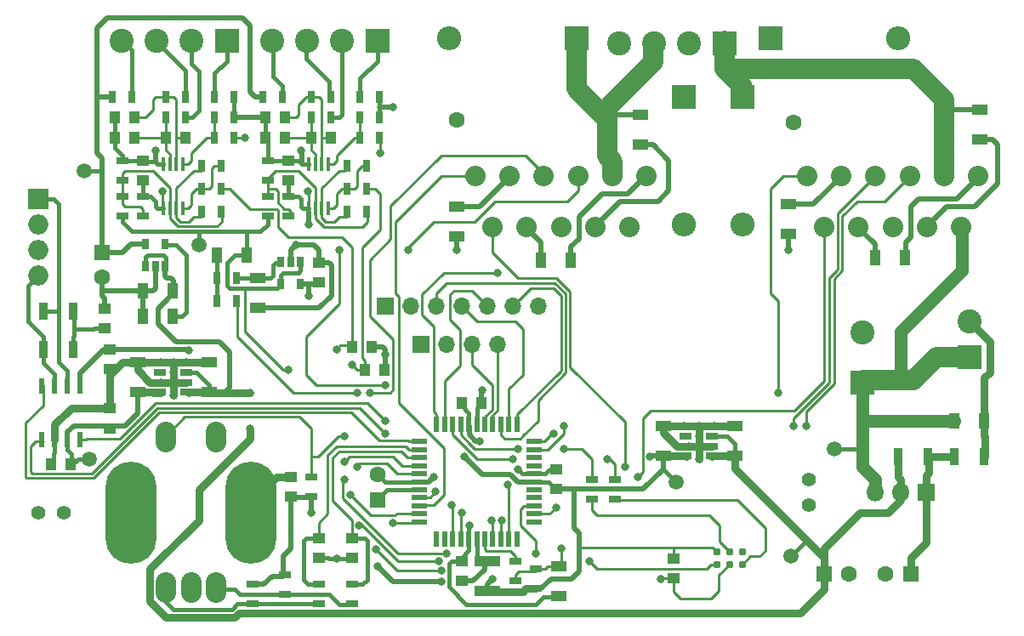
<source format=gbr>
G04 #@! TF.GenerationSoftware,KiCad,Pcbnew,5.0.0-5.0.0*
G04 #@! TF.CreationDate,2018-10-25T16:06:32-04:00*
G04 #@! TF.ProjectId,l6203dualmotordrive,6C363230336475616C6D6F746F726472,rev?*
G04 #@! TF.SameCoordinates,Original*
G04 #@! TF.FileFunction,Copper,L1,Top,Signal*
G04 #@! TF.FilePolarity,Positive*
%FSLAX46Y46*%
G04 Gerber Fmt 4.6, Leading zero omitted, Abs format (unit mm)*
G04 Created by KiCad (PCBNEW 5.0.0-5.0.0) date Thu Oct 25 16:06:32 2018*
%MOMM*%
%LPD*%
G01*
G04 APERTURE LIST*
G04 #@! TA.AperFunction,SMDPad,CuDef*
%ADD10R,0.550000X1.500000*%
G04 #@! TD*
G04 #@! TA.AperFunction,SMDPad,CuDef*
%ADD11R,1.500000X0.550000*%
G04 #@! TD*
G04 #@! TA.AperFunction,ComponentPad*
%ADD12O,2.032000X3.048000*%
G04 #@! TD*
G04 #@! TA.AperFunction,ComponentPad*
%ADD13O,5.080000X10.160000*%
G04 #@! TD*
G04 #@! TA.AperFunction,SMDPad,CuDef*
%ADD14R,1.250000X1.000000*%
G04 #@! TD*
G04 #@! TA.AperFunction,SMDPad,CuDef*
%ADD15R,1.600000X1.000000*%
G04 #@! TD*
G04 #@! TA.AperFunction,ComponentPad*
%ADD16C,1.600000*%
G04 #@! TD*
G04 #@! TA.AperFunction,ComponentPad*
%ADD17O,1.600000X1.600000*%
G04 #@! TD*
G04 #@! TA.AperFunction,SMDPad,CuDef*
%ADD18R,1.000000X1.600000*%
G04 #@! TD*
G04 #@! TA.AperFunction,ComponentPad*
%ADD19R,1.600000X1.600000*%
G04 #@! TD*
G04 #@! TA.AperFunction,SMDPad,CuDef*
%ADD20R,1.000000X1.250000*%
G04 #@! TD*
G04 #@! TA.AperFunction,ComponentPad*
%ADD21C,2.400000*%
G04 #@! TD*
G04 #@! TA.AperFunction,ComponentPad*
%ADD22R,2.400000X2.400000*%
G04 #@! TD*
G04 #@! TA.AperFunction,ComponentPad*
%ADD23O,2.400000X2.400000*%
G04 #@! TD*
G04 #@! TA.AperFunction,ComponentPad*
%ADD24O,1.998980X1.998980*%
G04 #@! TD*
G04 #@! TA.AperFunction,ComponentPad*
%ADD25R,1.998980X1.998980*%
G04 #@! TD*
G04 #@! TA.AperFunction,SMDPad,CuDef*
%ADD26R,2.500000X1.000000*%
G04 #@! TD*
G04 #@! TA.AperFunction,ConnectorPad*
%ADD27C,0.787400*%
G04 #@! TD*
G04 #@! TA.AperFunction,SMDPad,CuDef*
%ADD28R,1.300000X0.700000*%
G04 #@! TD*
G04 #@! TA.AperFunction,SMDPad,CuDef*
%ADD29R,0.700000X1.300000*%
G04 #@! TD*
G04 #@! TA.AperFunction,SMDPad,CuDef*
%ADD30R,0.900000X1.700000*%
G04 #@! TD*
G04 #@! TA.AperFunction,ComponentPad*
%ADD31C,2.032000*%
G04 #@! TD*
G04 #@! TA.AperFunction,SMDPad,CuDef*
%ADD32R,0.450000X1.450000*%
G04 #@! TD*
G04 #@! TA.AperFunction,ComponentPad*
%ADD33O,1.700000X1.700000*%
G04 #@! TD*
G04 #@! TA.AperFunction,ComponentPad*
%ADD34R,1.700000X1.700000*%
G04 #@! TD*
G04 #@! TA.AperFunction,ComponentPad*
%ADD35O,1.800000X1.800000*%
G04 #@! TD*
G04 #@! TA.AperFunction,ComponentPad*
%ADD36R,1.800000X1.800000*%
G04 #@! TD*
G04 #@! TA.AperFunction,SMDPad,CuDef*
%ADD37R,1.220000X0.650000*%
G04 #@! TD*
G04 #@! TA.AperFunction,SMDPad,CuDef*
%ADD38R,0.650000X1.060000*%
G04 #@! TD*
G04 #@! TA.AperFunction,SMDPad,CuDef*
%ADD39R,0.600000X1.550000*%
G04 #@! TD*
G04 #@! TA.AperFunction,ComponentPad*
%ADD40C,1.400000*%
G04 #@! TD*
G04 #@! TA.AperFunction,BGAPad,CuDef*
%ADD41C,1.500000*%
G04 #@! TD*
G04 #@! TA.AperFunction,ViaPad*
%ADD42C,0.800000*%
G04 #@! TD*
G04 #@! TA.AperFunction,Conductor*
%ADD43C,0.381000*%
G04 #@! TD*
G04 #@! TA.AperFunction,Conductor*
%ADD44C,0.508000*%
G04 #@! TD*
G04 #@! TA.AperFunction,Conductor*
%ADD45C,0.762000*%
G04 #@! TD*
G04 #@! TA.AperFunction,Conductor*
%ADD46C,0.254000*%
G04 #@! TD*
G04 #@! TA.AperFunction,Conductor*
%ADD47C,1.270000*%
G04 #@! TD*
G04 #@! TA.AperFunction,Conductor*
%ADD48C,2.032000*%
G04 #@! TD*
G04 APERTURE END LIST*
D10*
G04 #@! TO.P,U1,44*
G04 #@! TO.N,/control/DISPCS*
X132144000Y-105806000D03*
G04 #@! TO.P,U1,43*
G04 #@! TO.N,/control/DSPRST*
X132944000Y-105806000D03*
G04 #@! TO.P,U1,42*
G04 #@! TO.N,PGC*
X133744000Y-105806000D03*
G04 #@! TO.P,U1,41*
G04 #@! TO.N,PGD*
X134544000Y-105806000D03*
G04 #@! TO.P,U1,40*
G04 #@! TO.N,+3V3*
X135344000Y-105806000D03*
G04 #@! TO.P,U1,39*
G04 #@! TO.N,GND*
X136144000Y-105806000D03*
G04 #@! TO.P,U1,38*
G04 #@! TO.N,/control/SCL*
X136944000Y-105806000D03*
G04 #@! TO.P,U1,37*
G04 #@! TO.N,/control/SDA*
X137744000Y-105806000D03*
G04 #@! TO.P,U1,36*
G04 #@! TO.N,/control/SCK*
X138544000Y-105806000D03*
G04 #@! TO.P,U1,35*
G04 #@! TO.N,/control/SDI*
X139344000Y-105806000D03*
G04 #@! TO.P,U1,34*
G04 #@! TO.N,/control/SDO*
X140144000Y-105806000D03*
D11*
G04 #@! TO.P,U1,33*
G04 #@! TO.N,/io/CANTX*
X141844000Y-107506000D03*
G04 #@! TO.P,U1,32*
G04 #@! TO.N,/io/CANRX*
X141844000Y-108306000D03*
G04 #@! TO.P,U1,31*
G04 #@! TO.N,Net-(U1-Pad31)*
X141844000Y-109106000D03*
G04 #@! TO.P,U1,30*
G04 #@! TO.N,Net-(U1-Pad30)*
X141844000Y-109906000D03*
G04 #@! TO.P,U1,29*
G04 #@! TO.N,GND*
X141844000Y-110706000D03*
G04 #@! TO.P,U1,28*
G04 #@! TO.N,+3V3*
X141844000Y-111506000D03*
G04 #@! TO.P,U1,27*
G04 #@! TO.N,Net-(U1-Pad27)*
X141844000Y-112306000D03*
G04 #@! TO.P,U1,26*
G04 #@! TO.N,Net-(U1-Pad26)*
X141844000Y-113106000D03*
G04 #@! TO.P,U1,25*
G04 #@! TO.N,/pressuresense/VREF*
X141844000Y-113906000D03*
G04 #@! TO.P,U1,24*
G04 #@! TO.N,/MC7*
X141844000Y-114706000D03*
G04 #@! TO.P,U1,23*
G04 #@! TO.N,Net-(U1-Pad23)*
X141844000Y-115506000D03*
D10*
G04 #@! TO.P,U1,22*
G04 #@! TO.N,Net-(U1-Pad22)*
X140144000Y-117206000D03*
G04 #@! TO.P,U1,21*
G04 #@! TO.N,/MC8*
X139344000Y-117206000D03*
G04 #@! TO.P,U1,20*
G04 #@! TO.N,/pressuresense/PRES2*
X138544000Y-117206000D03*
G04 #@! TO.P,U1,19*
G04 #@! TO.N,/pressuresense/PRES1*
X137744000Y-117206000D03*
G04 #@! TO.P,U1,18*
G04 #@! TO.N,Net-(R10-Pad1)*
X136944000Y-117206000D03*
G04 #@! TO.P,U1,17*
G04 #@! TO.N,Net-(C10-Pad1)*
X136144000Y-117206000D03*
G04 #@! TO.P,U1,16*
G04 #@! TO.N,GND*
X135344000Y-117206000D03*
G04 #@! TO.P,U1,15*
G04 #@! TO.N,/MC1*
X134544000Y-117206000D03*
G04 #@! TO.P,U1,14*
G04 #@! TO.N,/MC2*
X133744000Y-117206000D03*
G04 #@! TO.P,U1,13*
G04 #@! TO.N,Net-(U1-Pad13)*
X132944000Y-117206000D03*
G04 #@! TO.P,U1,12*
G04 #@! TO.N,Net-(U1-Pad12)*
X132144000Y-117206000D03*
D11*
G04 #@! TO.P,U1,11*
G04 #@! TO.N,/MC3*
X130444000Y-115506000D03*
G04 #@! TO.P,U1,10*
G04 #@! TO.N,/MC4*
X130444000Y-114706000D03*
G04 #@! TO.P,U1,9*
G04 #@! TO.N,/MC5*
X130444000Y-113906000D03*
G04 #@! TO.P,U1,8*
G04 #@! TO.N,/MC6*
X130444000Y-113106000D03*
G04 #@! TO.P,U1,7*
G04 #@! TO.N,Net-(C9-Pad1)*
X130444000Y-112306000D03*
G04 #@! TO.P,U1,6*
G04 #@! TO.N,GND*
X130444000Y-111506000D03*
G04 #@! TO.P,U1,5*
G04 #@! TO.N,/pressuresense/VREFPMW*
X130444000Y-110706000D03*
G04 #@! TO.P,U1,4*
G04 #@! TO.N,/control/ENCSW*
X130444000Y-109906000D03*
G04 #@! TO.P,U1,3*
G04 #@! TO.N,/control/ENCB*
X130444000Y-109106000D03*
G04 #@! TO.P,U1,2*
G04 #@! TO.N,/control/ENCA*
X130444000Y-108306000D03*
G04 #@! TO.P,U1,1*
G04 #@! TO.N,/io/CANSTBY*
X130444000Y-107506000D03*
G04 #@! TD*
D12*
G04 #@! TO.P,SW1,C*
G04 #@! TO.N,GND*
X107696000Y-122054000D03*
G04 #@! TO.P,SW1,B*
G04 #@! TO.N,Net-(R32-Pad1)*
X110196000Y-122054000D03*
G04 #@! TO.P,SW1,A*
G04 #@! TO.N,Net-(R31-Pad1)*
X105196000Y-122054000D03*
G04 #@! TO.P,SW1,S2*
G04 #@! TO.N,GND*
X110196000Y-107054000D03*
G04 #@! TO.P,SW1,S1*
G04 #@! TO.N,/control/ENCSW*
X105196000Y-107054000D03*
D13*
G04 #@! TO.P,SW1,*
G04 #@! TO.N,GND*
X101696000Y-114554000D03*
X113696000Y-114554000D03*
G04 #@! TD*
D14*
G04 #@! TO.P,C39,2*
G04 #@! TO.N,GND*
X99568000Y-104172000D03*
G04 #@! TO.P,C39,1*
G04 #@! TO.N,+5V*
X99568000Y-106172000D03*
G04 #@! TD*
D15*
G04 #@! TO.P,C1,2*
G04 #@! TO.N,GND*
X167132000Y-86844000D03*
G04 #@! TO.P,C1,1*
G04 #@! TO.N,Net-(C1-Pad1)*
X167132000Y-83844000D03*
G04 #@! TD*
G04 #@! TO.P,C2,1*
G04 #@! TO.N,Net-(C2-Pad1)*
X134112000Y-84098000D03*
G04 #@! TO.P,C2,2*
G04 #@! TO.N,GND*
X134112000Y-87098000D03*
G04 #@! TD*
D16*
G04 #@! TO.P,C3,1*
G04 #@! TO.N,Net-(C3-Pad1)*
X167640000Y-75692000D03*
D17*
G04 #@! TO.P,C3,2*
G04 #@! TO.N,Net-(C3-Pad2)*
X182640000Y-75692000D03*
G04 #@! TD*
G04 #@! TO.P,C4,2*
G04 #@! TO.N,Net-(C4-Pad2)*
X149112000Y-75438000D03*
D16*
G04 #@! TO.P,C4,1*
G04 #@! TO.N,Net-(C4-Pad1)*
X134112000Y-75438000D03*
G04 #@! TD*
D15*
G04 #@! TO.P,C5,2*
G04 #@! TO.N,Net-(C5-Pad2)*
X186182000Y-77446000D03*
G04 #@! TO.P,C5,1*
G04 #@! TO.N,Net-(C3-Pad2)*
X186182000Y-74446000D03*
G04 #@! TD*
D18*
G04 #@! TO.P,C6,1*
G04 #@! TO.N,Net-(C6-Pad1)*
X178792000Y-89154000D03*
G04 #@! TO.P,C6,2*
G04 #@! TO.N,Net-(C6-Pad2)*
X175792000Y-89154000D03*
G04 #@! TD*
D15*
G04 #@! TO.P,C7,2*
G04 #@! TO.N,Net-(C7-Pad2)*
X152400000Y-77954000D03*
G04 #@! TO.P,C7,1*
G04 #@! TO.N,Net-(C4-Pad2)*
X152400000Y-74954000D03*
G04 #@! TD*
D18*
G04 #@! TO.P,C8,1*
G04 #@! TO.N,Net-(C8-Pad1)*
X145518000Y-89408000D03*
G04 #@! TO.P,C8,2*
G04 #@! TO.N,Net-(C8-Pad2)*
X142518000Y-89408000D03*
G04 #@! TD*
D16*
G04 #@! TO.P,C9,2*
G04 #@! TO.N,GND*
X126238000Y-110784000D03*
D19*
G04 #@! TO.P,C9,1*
G04 #@! TO.N,Net-(C9-Pad1)*
X126238000Y-113284000D03*
G04 #@! TD*
D14*
G04 #@! TO.P,C11,1*
G04 #@! TO.N,+3V3*
X144018000Y-112252000D03*
G04 #@! TO.P,C11,2*
G04 #@! TO.N,GND*
X144018000Y-110252000D03*
G04 #@! TD*
D20*
G04 #@! TO.P,C12,2*
G04 #@! TO.N,GND*
X136636000Y-103632000D03*
G04 #@! TO.P,C12,1*
G04 #@! TO.N,+3V3*
X134636000Y-103632000D03*
G04 #@! TD*
G04 #@! TO.P,C13,2*
G04 #@! TO.N,Net-(C13-Pad2)*
X102092000Y-75184000D03*
G04 #@! TO.P,C13,1*
G04 #@! TO.N,GND*
X100092000Y-75184000D03*
G04 #@! TD*
G04 #@! TO.P,C14,1*
G04 #@! TO.N,Net-(C13-Pad2)*
X107172000Y-77216000D03*
G04 #@! TO.P,C14,2*
G04 #@! TO.N,Net-(C14-Pad2)*
X105172000Y-77216000D03*
G04 #@! TD*
G04 #@! TO.P,C15,2*
G04 #@! TO.N,GND*
X100092000Y-77216000D03*
G04 #@! TO.P,C15,1*
G04 #@! TO.N,Net-(C14-Pad2)*
X102092000Y-77216000D03*
G04 #@! TD*
G04 #@! TO.P,C16,1*
G04 #@! TO.N,GND*
X115078000Y-75184000D03*
G04 #@! TO.P,C16,2*
G04 #@! TO.N,Net-(C16-Pad2)*
X117078000Y-75184000D03*
G04 #@! TD*
G04 #@! TO.P,C17,2*
G04 #@! TO.N,Net-(C17-Pad2)*
X119650000Y-77216000D03*
G04 #@! TO.P,C17,1*
G04 #@! TO.N,Net-(C16-Pad2)*
X121650000Y-77216000D03*
G04 #@! TD*
G04 #@! TO.P,C18,2*
G04 #@! TO.N,GND*
X115078000Y-77216000D03*
G04 #@! TO.P,C18,1*
G04 #@! TO.N,Net-(C17-Pad2)*
X117078000Y-77216000D03*
G04 #@! TD*
D14*
G04 #@! TO.P,C19,2*
G04 #@! TO.N,GND*
X120396000Y-119110000D03*
G04 #@! TO.P,C19,1*
G04 #@! TO.N,/control/ENCA*
X120396000Y-117110000D03*
G04 #@! TD*
G04 #@! TO.P,C20,1*
G04 #@! TO.N,/control/ENCB*
X123698000Y-117110000D03*
G04 #@! TO.P,C20,2*
G04 #@! TO.N,GND*
X123698000Y-119110000D03*
G04 #@! TD*
G04 #@! TO.P,C21,2*
G04 #@! TO.N,GND*
X99060000Y-94250000D03*
G04 #@! TO.P,C21,1*
G04 #@! TO.N,Net-(C21-Pad1)*
X99060000Y-96250000D03*
G04 #@! TD*
D21*
G04 #@! TO.P,C22,2*
G04 #@! TO.N,GND*
X174498000Y-96600000D03*
D22*
G04 #@! TO.P,C22,1*
G04 #@! TO.N,VCC*
X174498000Y-101600000D03*
G04 #@! TD*
D16*
G04 #@! TO.P,C23,2*
G04 #@! TO.N,GND*
X176824000Y-120650000D03*
D19*
G04 #@! TO.P,C23,1*
G04 #@! TO.N,Net-(C23-Pad1)*
X179324000Y-120650000D03*
G04 #@! TD*
D15*
G04 #@! TO.P,C24,2*
G04 #@! TO.N,GND*
X161798000Y-105942000D03*
G04 #@! TO.P,C24,1*
G04 #@! TO.N,+6V*
X161798000Y-108942000D03*
G04 #@! TD*
D19*
G04 #@! TO.P,C25,1*
G04 #@! TO.N,+6V*
X170688000Y-120650000D03*
D16*
G04 #@! TO.P,C25,2*
G04 #@! TO.N,GND*
X173188000Y-120650000D03*
G04 #@! TD*
D15*
G04 #@! TO.P,C26,2*
G04 #@! TO.N,GND*
X109474000Y-99592000D03*
G04 #@! TO.P,C26,1*
G04 #@! TO.N,+6V*
X109474000Y-102592000D03*
G04 #@! TD*
D18*
G04 #@! TO.P,C27,1*
G04 #@! TO.N,+6V*
X105894000Y-92456000D03*
G04 #@! TO.P,C27,2*
G04 #@! TO.N,GND*
X102894000Y-92456000D03*
G04 #@! TD*
G04 #@! TO.P,C28,1*
G04 #@! TO.N,Net-(C28-Pad1)*
X105894000Y-94996000D03*
G04 #@! TO.P,C28,2*
G04 #@! TO.N,GND*
X102894000Y-94996000D03*
G04 #@! TD*
D15*
G04 #@! TO.P,C29,2*
G04 #@! TO.N,GND*
X154686000Y-105942000D03*
G04 #@! TO.P,C29,1*
G04 #@! TO.N,+3V3*
X154686000Y-108942000D03*
G04 #@! TD*
G04 #@! TO.P,C30,1*
G04 #@! TO.N,+5V*
X102362000Y-102592000D03*
G04 #@! TO.P,C30,2*
G04 #@! TO.N,GND*
X102362000Y-99592000D03*
G04 #@! TD*
D19*
G04 #@! TO.P,C31,1*
G04 #@! TO.N,VAA*
X98806000Y-88646000D03*
D16*
G04 #@! TO.P,C31,2*
G04 #@! TO.N,GND*
X98806000Y-91146000D03*
G04 #@! TD*
D15*
G04 #@! TO.P,C32,2*
G04 #@! TO.N,GND*
X144272000Y-122912000D03*
G04 #@! TO.P,C32,1*
G04 #@! TO.N,Net-(C32-Pad1)*
X144272000Y-119912000D03*
G04 #@! TD*
D20*
G04 #@! TO.P,C33,2*
G04 #@! TO.N,GND*
X125714000Y-98044000D03*
G04 #@! TO.P,C33,1*
G04 #@! TO.N,/pressuresense/PRES1*
X123714000Y-98044000D03*
G04 #@! TD*
G04 #@! TO.P,C34,1*
G04 #@! TO.N,/pressuresense/PRES2*
X124984000Y-100330000D03*
G04 #@! TO.P,C34,2*
G04 #@! TO.N,GND*
X126984000Y-100330000D03*
G04 #@! TD*
D15*
G04 #@! TO.P,C35,2*
G04 #@! TO.N,GND*
X114300000Y-94210000D03*
G04 #@! TO.P,C35,1*
G04 #@! TO.N,Net-(C35-Pad1)*
X114300000Y-91210000D03*
G04 #@! TD*
D18*
G04 #@! TO.P,C36,1*
G04 #@! TO.N,/pressuresense/VREF*
X113260000Y-88900000D03*
G04 #@! TO.P,C36,2*
G04 #@! TO.N,Net-(C36-Pad2)*
X110260000Y-88900000D03*
G04 #@! TD*
G04 #@! TO.P,C37,1*
G04 #@! TO.N,VCC*
X183666000Y-105410000D03*
G04 #@! TO.P,C37,2*
G04 #@! TO.N,GND*
X186666000Y-105410000D03*
G04 #@! TD*
D20*
G04 #@! TO.P,C38,1*
G04 #@! TO.N,+5V*
X95742000Y-109728000D03*
G04 #@! TO.P,C38,2*
G04 #@! TO.N,GND*
X93742000Y-109728000D03*
G04 #@! TD*
D14*
G04 #@! TO.P,C41,2*
G04 #@! TO.N,GND*
X155702000Y-121142000D03*
G04 #@! TO.P,C41,1*
G04 #@! TO.N,+3V3*
X155702000Y-119142000D03*
G04 #@! TD*
G04 #@! TO.P,C42,1*
G04 #@! TO.N,+3V3*
X117602000Y-113014000D03*
G04 #@! TO.P,C42,2*
G04 #@! TO.N,GND*
X117602000Y-111014000D03*
G04 #@! TD*
G04 #@! TO.P,C43,2*
G04 #@! TO.N,GND*
X99568000Y-100314000D03*
G04 #@! TO.P,C43,1*
G04 #@! TO.N,+3V3*
X99568000Y-98314000D03*
G04 #@! TD*
G04 #@! TO.P,C44,1*
G04 #@! TO.N,+3V3*
X120396000Y-91678000D03*
G04 #@! TO.P,C44,2*
G04 #@! TO.N,GND*
X120396000Y-89678000D03*
G04 #@! TD*
G04 #@! TO.P,C45,2*
G04 #@! TO.N,GND*
X102870000Y-79518000D03*
G04 #@! TO.P,C45,1*
G04 #@! TO.N,+3V3*
X102870000Y-81518000D03*
G04 #@! TD*
G04 #@! TO.P,C46,1*
G04 #@! TO.N,+3V3*
X117348000Y-81518000D03*
G04 #@! TO.P,C46,2*
G04 #@! TO.N,GND*
X117348000Y-79518000D03*
G04 #@! TD*
D23*
G04 #@! TO.P,D1,2*
G04 #@! TO.N,GND*
X162560000Y-85852000D03*
D22*
G04 #@! TO.P,D1,1*
G04 #@! TO.N,Net-(C3-Pad2)*
X162560000Y-73152000D03*
G04 #@! TD*
G04 #@! TO.P,D2,1*
G04 #@! TO.N,Net-(C6-Pad1)*
X165354000Y-67310000D03*
D23*
G04 #@! TO.P,D2,2*
G04 #@! TO.N,GND*
X178054000Y-67310000D03*
G04 #@! TD*
D22*
G04 #@! TO.P,D3,1*
G04 #@! TO.N,Net-(C4-Pad2)*
X146050000Y-67310000D03*
D23*
G04 #@! TO.P,D3,2*
G04 #@! TO.N,GND*
X133350000Y-67310000D03*
G04 #@! TD*
G04 #@! TO.P,D4,2*
G04 #@! TO.N,GND*
X156718000Y-85852000D03*
D22*
G04 #@! TO.P,D4,1*
G04 #@! TO.N,Net-(C8-Pad1)*
X156718000Y-73152000D03*
G04 #@! TD*
G04 #@! TO.P,j1,1*
G04 #@! TO.N,VCC*
X185166000Y-99060000D03*
D21*
G04 #@! TO.P,j1,2*
G04 #@! TO.N,GND*
X185166000Y-95560000D03*
G04 #@! TD*
D22*
G04 #@! TO.P,J1,1*
G04 #@! TO.N,Net-(C3-Pad2)*
X160782000Y-67818000D03*
D21*
G04 #@! TO.P,J1,2*
G04 #@! TO.N,Net-(C6-Pad1)*
X157282000Y-67818000D03*
G04 #@! TO.P,J1,4*
G04 #@! TO.N,Net-(C8-Pad1)*
X150282000Y-67818000D03*
G04 #@! TO.P,J1,3*
G04 #@! TO.N,Net-(C4-Pad2)*
X153782000Y-67818000D03*
G04 #@! TD*
G04 #@! TO.P,J2,3*
G04 #@! TO.N,Net-(J2-Pad3)*
X104252000Y-67564000D03*
G04 #@! TO.P,J2,4*
G04 #@! TO.N,Net-(J2-Pad4)*
X100752000Y-67564000D03*
G04 #@! TO.P,J2,2*
G04 #@! TO.N,Net-(J2-Pad2)*
X107752000Y-67564000D03*
D22*
G04 #@! TO.P,J2,1*
G04 #@! TO.N,Net-(J2-Pad1)*
X111252000Y-67564000D03*
G04 #@! TD*
G04 #@! TO.P,J3,1*
G04 #@! TO.N,Net-(J3-Pad1)*
X126238000Y-67564000D03*
D21*
G04 #@! TO.P,J3,2*
G04 #@! TO.N,Net-(J3-Pad2)*
X122738000Y-67564000D03*
G04 #@! TO.P,J3,4*
G04 #@! TO.N,Net-(J3-Pad4)*
X115738000Y-67564000D03*
G04 #@! TO.P,J3,3*
G04 #@! TO.N,Net-(J3-Pad3)*
X119238000Y-67564000D03*
G04 #@! TD*
D24*
G04 #@! TO.P,J4,3*
G04 #@! TO.N,GND*
X92456000Y-88392000D03*
G04 #@! TO.P,J4,2*
X92456000Y-85852000D03*
D25*
G04 #@! TO.P,J4,1*
G04 #@! TO.N,Net-(J4-Pad1)*
X92456000Y-83312000D03*
D24*
G04 #@! TO.P,J4,4*
G04 #@! TO.N,Net-(J4-Pad4)*
X92456000Y-90932000D03*
G04 #@! TD*
D26*
G04 #@! TO.P,L1,2*
G04 #@! TO.N,Net-(C10-Pad1)*
X137160000Y-119404000D03*
G04 #@! TO.P,L1,1*
G04 #@! TO.N,+3V3*
X137160000Y-122404000D03*
G04 #@! TD*
D27*
G04 #@! TO.P,P1,6*
G04 #@! TO.N,Net-(P1-Pad6)*
X162560000Y-118491000D03*
G04 #@! TO.P,P1,5*
G04 #@! TO.N,Net-(P1-Pad5)*
X162560000Y-119761000D03*
G04 #@! TO.P,P1,4*
G04 #@! TO.N,Net-(P1-Pad4)*
X161290000Y-118491000D03*
G04 #@! TO.P,P1,3*
G04 #@! TO.N,GND*
X161290000Y-119761000D03*
G04 #@! TO.P,P1,2*
G04 #@! TO.N,+3V3*
X160020000Y-118491000D03*
G04 #@! TO.P,P1,1*
G04 #@! TO.N,Net-(C32-Pad1)*
X160020000Y-119761000D03*
G04 #@! TD*
D28*
G04 #@! TO.P,R7,1*
G04 #@! TO.N,Net-(C32-Pad1)*
X141986000Y-120208000D03*
G04 #@! TO.P,R7,2*
G04 #@! TO.N,+3V3*
X141986000Y-122108000D03*
G04 #@! TD*
G04 #@! TO.P,R8,2*
G04 #@! TO.N,Net-(P1-Pad4)*
X147574000Y-113218000D03*
G04 #@! TO.P,R8,1*
G04 #@! TO.N,PGD*
X147574000Y-111318000D03*
G04 #@! TD*
G04 #@! TO.P,R9,1*
G04 #@! TO.N,PGC*
X149860000Y-111318000D03*
G04 #@! TO.P,R9,2*
G04 #@! TO.N,Net-(P1-Pad5)*
X149860000Y-113218000D03*
G04 #@! TD*
G04 #@! TO.P,R10,2*
G04 #@! TO.N,Net-(C32-Pad1)*
X139954000Y-121346000D03*
G04 #@! TO.P,R10,1*
G04 #@! TO.N,Net-(R10-Pad1)*
X139954000Y-119446000D03*
G04 #@! TD*
D29*
G04 #@! TO.P,R11,2*
G04 #@! TO.N,Net-(J2-Pad4)*
X101788000Y-73152000D03*
G04 #@! TO.P,R11,1*
G04 #@! TO.N,VAA*
X99888000Y-73152000D03*
G04 #@! TD*
G04 #@! TO.P,R12,1*
G04 #@! TO.N,GND*
X111948000Y-73152000D03*
G04 #@! TO.P,R12,2*
G04 #@! TO.N,Net-(J2-Pad1)*
X110048000Y-73152000D03*
G04 #@! TD*
G04 #@! TO.P,R13,1*
G04 #@! TO.N,VAA*
X114874000Y-73152000D03*
G04 #@! TO.P,R13,2*
G04 #@! TO.N,Net-(J3-Pad4)*
X116774000Y-73152000D03*
G04 #@! TD*
G04 #@! TO.P,R14,2*
G04 #@! TO.N,Net-(J3-Pad1)*
X124526000Y-73152000D03*
G04 #@! TO.P,R14,1*
G04 #@! TO.N,GND*
X126426000Y-73152000D03*
G04 #@! TD*
G04 #@! TO.P,R15,1*
G04 #@! TO.N,Net-(C13-Pad2)*
X105222000Y-73152000D03*
G04 #@! TO.P,R15,2*
G04 #@! TO.N,Net-(J2-Pad3)*
X107122000Y-73152000D03*
G04 #@! TD*
G04 #@! TO.P,R16,2*
G04 #@! TO.N,Net-(J2-Pad2)*
X107122000Y-75184000D03*
G04 #@! TO.P,R16,1*
G04 #@! TO.N,Net-(C14-Pad2)*
X105222000Y-75184000D03*
G04 #@! TD*
G04 #@! TO.P,R17,1*
G04 #@! TO.N,Net-(C16-Pad2)*
X119700000Y-73152000D03*
G04 #@! TO.P,R17,2*
G04 #@! TO.N,Net-(J3-Pad3)*
X121600000Y-73152000D03*
G04 #@! TD*
G04 #@! TO.P,R18,2*
G04 #@! TO.N,Net-(J3-Pad2)*
X121600000Y-75184000D03*
G04 #@! TO.P,R18,1*
G04 #@! TO.N,Net-(C17-Pad2)*
X119700000Y-75184000D03*
G04 #@! TD*
D28*
G04 #@! TO.P,R19,2*
G04 #@! TO.N,GND*
X100838000Y-79568000D03*
G04 #@! TO.P,R19,1*
G04 #@! TO.N,Net-(R19-Pad1)*
X100838000Y-81468000D03*
G04 #@! TD*
G04 #@! TO.P,R20,2*
G04 #@! TO.N,GND*
X115316000Y-79568000D03*
G04 #@! TO.P,R20,1*
G04 #@! TO.N,Net-(R20-Pad1)*
X115316000Y-81468000D03*
G04 #@! TD*
D29*
G04 #@! TO.P,R21,1*
G04 #@! TO.N,Net-(R21-Pad1)*
X108778000Y-84582000D03*
G04 #@! TO.P,R21,2*
G04 #@! TO.N,Net-(R19-Pad1)*
X110678000Y-84582000D03*
G04 #@! TD*
G04 #@! TO.P,R22,1*
G04 #@! TO.N,Net-(R22-Pad1)*
X123256000Y-84582000D03*
G04 #@! TO.P,R22,2*
G04 #@! TO.N,Net-(R20-Pad1)*
X125156000Y-84582000D03*
G04 #@! TD*
G04 #@! TO.P,R23,2*
G04 #@! TO.N,Net-(R23-Pad2)*
X110048000Y-77216000D03*
G04 #@! TO.P,R23,1*
G04 #@! TO.N,+3V3*
X111948000Y-77216000D03*
G04 #@! TD*
G04 #@! TO.P,R24,1*
G04 #@! TO.N,GND*
X111948000Y-75184000D03*
G04 #@! TO.P,R24,2*
G04 #@! TO.N,Net-(R23-Pad2)*
X110048000Y-75184000D03*
G04 #@! TD*
G04 #@! TO.P,R25,1*
G04 #@! TO.N,+3V3*
X126426000Y-77216000D03*
G04 #@! TO.P,R25,2*
G04 #@! TO.N,Net-(R25-Pad2)*
X124526000Y-77216000D03*
G04 #@! TD*
G04 #@! TO.P,R26,2*
G04 #@! TO.N,Net-(R25-Pad2)*
X124526000Y-75184000D03*
G04 #@! TO.P,R26,1*
G04 #@! TO.N,GND*
X126426000Y-75184000D03*
G04 #@! TD*
G04 #@! TO.P,R27,2*
G04 #@! TO.N,Net-(R21-Pad1)*
X108778000Y-80010000D03*
G04 #@! TO.P,R27,1*
G04 #@! TO.N,Net-(R27-Pad1)*
X110678000Y-80010000D03*
G04 #@! TD*
G04 #@! TO.P,R28,2*
G04 #@! TO.N,Net-(R22-Pad1)*
X123256000Y-80010000D03*
G04 #@! TO.P,R28,1*
G04 #@! TO.N,Net-(R28-Pad1)*
X125156000Y-80010000D03*
G04 #@! TD*
D28*
G04 #@! TO.P,R29,2*
G04 #@! TO.N,Net-(R19-Pad1)*
X102870000Y-85024000D03*
G04 #@! TO.P,R29,1*
G04 #@! TO.N,+3V3*
X102870000Y-83124000D03*
G04 #@! TD*
G04 #@! TO.P,R30,1*
G04 #@! TO.N,+3V3*
X117348000Y-83124000D03*
G04 #@! TO.P,R30,2*
G04 #@! TO.N,Net-(R20-Pad1)*
X117348000Y-85024000D03*
G04 #@! TD*
G04 #@! TO.P,R31,1*
G04 #@! TO.N,Net-(R31-Pad1)*
X120396000Y-123632000D03*
G04 #@! TO.P,R31,2*
G04 #@! TO.N,/control/ENCA*
X120396000Y-121732000D03*
G04 #@! TD*
G04 #@! TO.P,R32,2*
G04 #@! TO.N,/control/ENCB*
X123698000Y-121732000D03*
G04 #@! TO.P,R32,1*
G04 #@! TO.N,Net-(R32-Pad1)*
X123698000Y-123632000D03*
G04 #@! TD*
G04 #@! TO.P,R33,1*
G04 #@! TO.N,Net-(R31-Pad1)*
X113792000Y-123632000D03*
G04 #@! TO.P,R33,2*
G04 #@! TO.N,+3V3*
X113792000Y-121732000D03*
G04 #@! TD*
G04 #@! TO.P,R34,2*
G04 #@! TO.N,+3V3*
X117028000Y-120782000D03*
G04 #@! TO.P,R34,1*
G04 #@! TO.N,Net-(R32-Pad1)*
X117028000Y-122682000D03*
G04 #@! TD*
G04 #@! TO.P,R35,1*
G04 #@! TO.N,/control/ENCSW*
X119634000Y-111064000D03*
G04 #@! TO.P,R35,2*
G04 #@! TO.N,+3V3*
X119634000Y-112964000D03*
G04 #@! TD*
D30*
G04 #@! TO.P,R36,1*
G04 #@! TO.N,Net-(C21-Pad1)*
X95938000Y-94488000D03*
G04 #@! TO.P,R36,2*
G04 #@! TO.N,Net-(J4-Pad1)*
X93038000Y-94488000D03*
G04 #@! TD*
G04 #@! TO.P,R37,2*
G04 #@! TO.N,Net-(J4-Pad4)*
X93038000Y-98298000D03*
G04 #@! TO.P,R37,1*
G04 #@! TO.N,Net-(C21-Pad1)*
X95938000Y-98298000D03*
G04 #@! TD*
G04 #@! TO.P,R38,2*
G04 #@! TO.N,GND*
X186616000Y-108966000D03*
G04 #@! TO.P,R38,1*
G04 #@! TO.N,Net-(C23-Pad1)*
X183716000Y-108966000D03*
G04 #@! TD*
G04 #@! TO.P,R39,1*
G04 #@! TO.N,+6V*
X178128000Y-108966000D03*
G04 #@! TO.P,R39,2*
G04 #@! TO.N,Net-(C23-Pad1)*
X181028000Y-108966000D03*
G04 #@! TD*
D28*
G04 #@! TO.P,R40,2*
G04 #@! TO.N,Net-(R19-Pad1)*
X100838000Y-83124000D03*
G04 #@! TO.P,R40,1*
G04 #@! TO.N,/pressuresense/VREF*
X100838000Y-85024000D03*
G04 #@! TD*
G04 #@! TO.P,R41,1*
G04 #@! TO.N,/pressuresense/VREF*
X115316000Y-85024000D03*
G04 #@! TO.P,R41,2*
G04 #@! TO.N,Net-(R20-Pad1)*
X115316000Y-83124000D03*
G04 #@! TD*
D29*
G04 #@! TO.P,R42,1*
G04 #@! TO.N,/pressuresense/PRES1*
X110678000Y-82296000D03*
G04 #@! TO.P,R42,2*
G04 #@! TO.N,Net-(R27-Pad1)*
X108778000Y-82296000D03*
G04 #@! TD*
G04 #@! TO.P,R43,2*
G04 #@! TO.N,Net-(R28-Pad1)*
X123256000Y-82296000D03*
G04 #@! TO.P,R43,1*
G04 #@! TO.N,/pressuresense/PRES2*
X125156000Y-82296000D03*
G04 #@! TD*
G04 #@! TO.P,R44,2*
G04 #@! TO.N,/pressuresense/VREFPMW*
X112202000Y-93472000D03*
G04 #@! TO.P,R44,1*
G04 #@! TO.N,Net-(C36-Pad2)*
X110302000Y-93472000D03*
G04 #@! TD*
G04 #@! TO.P,R45,1*
G04 #@! TO.N,Net-(C35-Pad1)*
X112202000Y-91186000D03*
G04 #@! TO.P,R45,2*
G04 #@! TO.N,Net-(C36-Pad2)*
X110302000Y-91186000D03*
G04 #@! TD*
D31*
G04 #@! TO.P,U2,11*
G04 #@! TO.N,/MC6*
X169037000Y-81026000D03*
G04 #@! TO.P,U2,10*
G04 #@! TO.N,/MC7*
X170738800Y-86106000D03*
G04 #@! TO.P,U2,9*
G04 #@! TO.N,Net-(C1-Pad1)*
X172440600Y-81026000D03*
G04 #@! TO.P,U2,8*
G04 #@! TO.N,Net-(C6-Pad2)*
X174142400Y-86106000D03*
G04 #@! TO.P,U2,7*
G04 #@! TO.N,/MC2*
X175844200Y-81026000D03*
G04 #@! TO.P,U2,6*
G04 #@! TO.N,GND*
X177546000Y-86106000D03*
G04 #@! TO.P,U2,5*
G04 #@! TO.N,/MC1*
X179247800Y-81026000D03*
G04 #@! TO.P,U2,4*
G04 #@! TO.N,Net-(C5-Pad2)*
X180949600Y-86106000D03*
G04 #@! TO.P,U2,3*
G04 #@! TO.N,Net-(C3-Pad2)*
X182651400Y-81026000D03*
G04 #@! TO.P,U2,2*
G04 #@! TO.N,VCC*
X184353200Y-86106000D03*
G04 #@! TO.P,U2,1*
G04 #@! TO.N,Net-(C6-Pad1)*
X186055000Y-81026000D03*
G04 #@! TD*
G04 #@! TO.P,U3,1*
G04 #@! TO.N,Net-(C8-Pad1)*
X153035000Y-81026000D03*
G04 #@! TO.P,U3,2*
G04 #@! TO.N,VCC*
X151333200Y-86106000D03*
G04 #@! TO.P,U3,3*
G04 #@! TO.N,Net-(C4-Pad2)*
X149631400Y-81026000D03*
G04 #@! TO.P,U3,4*
G04 #@! TO.N,Net-(C7-Pad2)*
X147929600Y-86106000D03*
G04 #@! TO.P,U3,5*
G04 #@! TO.N,/MC3*
X146227800Y-81026000D03*
G04 #@! TO.P,U3,6*
G04 #@! TO.N,GND*
X144526000Y-86106000D03*
G04 #@! TO.P,U3,7*
G04 #@! TO.N,/MC4*
X142824200Y-81026000D03*
G04 #@! TO.P,U3,8*
G04 #@! TO.N,Net-(C8-Pad2)*
X141122400Y-86106000D03*
G04 #@! TO.P,U3,9*
G04 #@! TO.N,Net-(C2-Pad1)*
X139420600Y-81026000D03*
G04 #@! TO.P,U3,10*
G04 #@! TO.N,/MC8*
X137718800Y-86106000D03*
G04 #@! TO.P,U3,11*
G04 #@! TO.N,/MC5*
X136017000Y-81026000D03*
G04 #@! TD*
D32*
G04 #@! TO.P,U4,8*
G04 #@! TO.N,Net-(R27-Pad1)*
X106893000Y-84242000D03*
G04 #@! TO.P,U4,7*
G04 #@! TO.N,Net-(R21-Pad1)*
X106243000Y-84242000D03*
G04 #@! TO.P,U4,6*
G04 #@! TO.N,Net-(R19-Pad1)*
X105593000Y-84242000D03*
G04 #@! TO.P,U4,5*
G04 #@! TO.N,+3V3*
X104943000Y-84242000D03*
G04 #@! TO.P,U4,4*
G04 #@! TO.N,GND*
X104943000Y-79842000D03*
G04 #@! TO.P,U4,3*
G04 #@! TO.N,Net-(C14-Pad2)*
X105593000Y-79842000D03*
G04 #@! TO.P,U4,2*
G04 #@! TO.N,Net-(C13-Pad2)*
X106243000Y-79842000D03*
G04 #@! TO.P,U4,1*
G04 #@! TO.N,Net-(R23-Pad2)*
X106893000Y-79842000D03*
G04 #@! TD*
G04 #@! TO.P,U5,1*
G04 #@! TO.N,Net-(R25-Pad2)*
X121371000Y-79842000D03*
G04 #@! TO.P,U5,2*
G04 #@! TO.N,Net-(C16-Pad2)*
X120721000Y-79842000D03*
G04 #@! TO.P,U5,3*
G04 #@! TO.N,Net-(C17-Pad2)*
X120071000Y-79842000D03*
G04 #@! TO.P,U5,4*
G04 #@! TO.N,GND*
X119421000Y-79842000D03*
G04 #@! TO.P,U5,5*
G04 #@! TO.N,+3V3*
X119421000Y-84242000D03*
G04 #@! TO.P,U5,6*
G04 #@! TO.N,Net-(R20-Pad1)*
X120071000Y-84242000D03*
G04 #@! TO.P,U5,7*
G04 #@! TO.N,Net-(R22-Pad1)*
X120721000Y-84242000D03*
G04 #@! TO.P,U5,8*
G04 #@! TO.N,Net-(R28-Pad1)*
X121371000Y-84242000D03*
G04 #@! TD*
D33*
G04 #@! TO.P,U6,7*
G04 #@! TO.N,/control/DISPCS*
X142240000Y-93980000D03*
G04 #@! TO.P,U6,6*
G04 #@! TO.N,/control/SDO*
X139700000Y-93980000D03*
G04 #@! TO.P,U6,5*
G04 #@! TO.N,/control/DSPRST*
X137160000Y-93980000D03*
G04 #@! TO.P,U6,4*
G04 #@! TO.N,/control/SDI*
X134620000Y-93980000D03*
G04 #@! TO.P,U6,3*
G04 #@! TO.N,/control/SCK*
X132080000Y-93980000D03*
G04 #@! TO.P,U6,2*
G04 #@! TO.N,+3V3*
X129540000Y-93980000D03*
D34*
G04 #@! TO.P,U6,1*
G04 #@! TO.N,GND*
X127000000Y-93980000D03*
G04 #@! TD*
D33*
G04 #@! TO.P,U7,4*
G04 #@! TO.N,/control/SDA*
X138176000Y-97790000D03*
G04 #@! TO.P,U7,3*
G04 #@! TO.N,/control/SCL*
X135636000Y-97790000D03*
G04 #@! TO.P,U7,2*
G04 #@! TO.N,+3V3*
X133096000Y-97790000D03*
D34*
G04 #@! TO.P,U7,1*
G04 #@! TO.N,GND*
X130556000Y-97790000D03*
G04 #@! TD*
D35*
G04 #@! TO.P,U9,3*
G04 #@! TO.N,VCC*
X175768000Y-112522000D03*
G04 #@! TO.P,U9,2*
G04 #@! TO.N,+6V*
X178308000Y-112522000D03*
D36*
G04 #@! TO.P,U9,1*
G04 #@! TO.N,Net-(C23-Pad1)*
X180848000Y-112522000D03*
G04 #@! TD*
D37*
G04 #@! TO.P,U10,1*
G04 #@! TO.N,+6V*
X107228000Y-102550000D03*
G04 #@! TO.P,U10,2*
G04 #@! TO.N,GND*
X107228000Y-101600000D03*
G04 #@! TO.P,U10,3*
G04 #@! TO.N,+6V*
X107228000Y-100650000D03*
G04 #@! TO.P,U10,4*
G04 #@! TO.N,Net-(U10-Pad4)*
X104608000Y-100650000D03*
G04 #@! TO.P,U10,5*
G04 #@! TO.N,+5V*
X104608000Y-102550000D03*
G04 #@! TD*
G04 #@! TO.P,U11,5*
G04 #@! TO.N,+3V3*
X156932000Y-108900000D03*
G04 #@! TO.P,U11,4*
G04 #@! TO.N,Net-(U11-Pad4)*
X156932000Y-107000000D03*
G04 #@! TO.P,U11,3*
G04 #@! TO.N,+6V*
X159552000Y-107000000D03*
G04 #@! TO.P,U11,2*
G04 #@! TO.N,GND*
X159552000Y-107950000D03*
G04 #@! TO.P,U11,1*
G04 #@! TO.N,+6V*
X159552000Y-108900000D03*
G04 #@! TD*
D38*
G04 #@! TO.P,U12,1*
G04 #@! TO.N,+6V*
X103190000Y-90000000D03*
G04 #@! TO.P,U12,2*
G04 #@! TO.N,GND*
X104140000Y-90000000D03*
G04 #@! TO.P,U12,3*
G04 #@! TO.N,+6V*
X105090000Y-90000000D03*
G04 #@! TO.P,U12,4*
G04 #@! TO.N,Net-(C28-Pad1)*
X105090000Y-87800000D03*
G04 #@! TO.P,U12,5*
G04 #@! TO.N,VAA*
X103190000Y-87800000D03*
G04 #@! TD*
G04 #@! TO.P,U13,5*
G04 #@! TO.N,+3V3*
X118552000Y-91778000D03*
G04 #@! TO.P,U13,4*
G04 #@! TO.N,/pressuresense/VREF*
X116652000Y-91778000D03*
G04 #@! TO.P,U13,3*
G04 #@! TO.N,Net-(C35-Pad1)*
X116652000Y-89578000D03*
G04 #@! TO.P,U13,2*
G04 #@! TO.N,GND*
X117602000Y-89578000D03*
G04 #@! TO.P,U13,1*
G04 #@! TO.N,/pressuresense/VREF*
X118552000Y-89578000D03*
G04 #@! TD*
D39*
G04 #@! TO.P,U8,8*
G04 #@! TO.N,/io/CANSTBY*
X92837000Y-101948000D03*
G04 #@! TO.P,U8,7*
G04 #@! TO.N,Net-(J4-Pad4)*
X94107000Y-101948000D03*
G04 #@! TO.P,U8,6*
G04 #@! TO.N,Net-(J4-Pad1)*
X95377000Y-101948000D03*
G04 #@! TO.P,U8,5*
G04 #@! TO.N,+3V3*
X96647000Y-101948000D03*
G04 #@! TO.P,U8,4*
G04 #@! TO.N,/io/CANRX*
X96647000Y-107348000D03*
G04 #@! TO.P,U8,3*
G04 #@! TO.N,+5V*
X95377000Y-107348000D03*
G04 #@! TO.P,U8,2*
G04 #@! TO.N,GND*
X94107000Y-107348000D03*
G04 #@! TO.P,U8,1*
G04 #@! TO.N,/io/CANTX*
X92837000Y-107348000D03*
G04 #@! TD*
D14*
G04 #@! TO.P,C10,2*
G04 #@! TO.N,GND*
X134620000Y-119396000D03*
G04 #@! TO.P,C10,1*
G04 #@! TO.N,Net-(C10-Pad1)*
X134620000Y-121396000D03*
G04 #@! TD*
D40*
G04 #@! TO.P,REF\002A\002A,1*
G04 #@! TO.N,GND*
X169164000Y-113792000D03*
X169164000Y-111252000D03*
G04 #@! TD*
G04 #@! TO.P,REF\002A\002A,1*
G04 #@! TO.N,GND*
X92456000Y-114554000D03*
X94996000Y-114554000D03*
G04 #@! TD*
D41*
G04 #@! TO.P,6V,1*
G04 #@! TO.N,+6V*
X167386000Y-118872000D03*
G04 #@! TD*
G04 #@! TO.P,DC+,1*
G04 #@! TO.N,VCC*
X171704000Y-108204000D03*
G04 #@! TD*
G04 #@! TO.P,3.3V,1*
G04 #@! TO.N,+3V3*
X155956000Y-111506000D03*
G04 #@! TD*
G04 #@! TO.P,5V,1*
G04 #@! TO.N,+5V*
X97536000Y-109220000D03*
G04 #@! TD*
G04 #@! TO.P,STRAIN+,1*
G04 #@! TO.N,VAA*
X97028000Y-80518000D03*
G04 #@! TD*
G04 #@! TO.P,REF\002A\002A,1*
G04 #@! TO.N,/pressuresense/VREF*
X108458000Y-87884000D03*
G04 #@! TD*
D42*
G04 #@! TO.N,GND*
X135382000Y-115824000D03*
X140208000Y-110236000D03*
X136652000Y-102362000D03*
X118618000Y-78486000D03*
X104140000Y-78486000D03*
X127762000Y-74168000D03*
X158242000Y-105942000D03*
X156718000Y-105942000D03*
X159766000Y-105942000D03*
X158242000Y-107950000D03*
X158242000Y-109220000D03*
X156039802Y-107950000D03*
X158242000Y-106934000D03*
X157226000Y-107950000D03*
X105918000Y-101600000D03*
X105918000Y-102870000D03*
X105918000Y-100584000D03*
X105918000Y-99592000D03*
X104648000Y-99592000D03*
X104648000Y-101600000D03*
X107188000Y-99592000D03*
X118110000Y-87884000D03*
X167132000Y-88392000D03*
X134112000Y-88392000D03*
X154432000Y-121158000D03*
X131826000Y-110998000D03*
X127000000Y-98806000D03*
X127000000Y-98806000D03*
X122174000Y-119126000D03*
G04 #@! TO.N,+3V3*
X119344000Y-82550000D03*
X126492000Y-78740000D03*
X113030000Y-77216000D03*
X104866000Y-82550000D03*
X119380000Y-92964000D03*
X119380000Y-85852000D03*
X107442000Y-98390000D03*
X153381000Y-108966000D03*
X119634000Y-114554000D03*
X137668000Y-121158000D03*
X132585500Y-121412000D03*
X126238000Y-119888000D03*
X134872933Y-108967067D03*
X136398000Y-107442000D03*
G04 #@! TO.N,+6V*
X113538000Y-106172000D03*
X113538000Y-102616000D03*
G04 #@! TO.N,Net-(C32-Pad1)*
X147320000Y-119380000D03*
X144526000Y-118110000D03*
G04 #@! TO.N,/pressuresense/PRES1*
X137616997Y-115316000D03*
X122174000Y-98298000D03*
X132334000Y-119380000D03*
X124453933Y-115830067D03*
G04 #@! TO.N,/pressuresense/PRES2*
X138617000Y-115316000D03*
X123698000Y-99822000D03*
X133096000Y-118618000D03*
X122936000Y-111252000D03*
G04 #@! TO.N,/pressuresense/VREF*
X141986000Y-118618000D03*
X117348000Y-100330000D03*
X132585500Y-120347859D03*
X126104933Y-118243067D03*
G04 #@! TO.N,/MC7*
X144018000Y-114046000D03*
X152146000Y-110998000D03*
G04 #@! TO.N,/MC8*
X150876000Y-109982000D03*
X139192000Y-111760000D03*
G04 #@! TO.N,PGD*
X140208000Y-108204000D03*
X144780000Y-108204000D03*
G04 #@! TO.N,PGC*
X139700000Y-109220000D03*
X149098000Y-109220000D03*
G04 #@! TO.N,/control/ENCSW*
X122936000Y-109474000D03*
X122936000Y-106934000D03*
G04 #@! TO.N,/pressuresense/VREFPMW*
X124206000Y-109982000D03*
X124206000Y-102616000D03*
G04 #@! TO.N,/control/DISPCS*
X138176000Y-90678000D03*
G04 #@! TO.N,/io/CANTX*
X143764000Y-106680000D03*
X127000000Y-106680000D03*
G04 #@! TO.N,/io/CANRX*
X144780000Y-105918000D03*
X127000000Y-105410000D03*
G04 #@! TO.N,/MC1*
X134620000Y-114554000D03*
X168910000Y-105918000D03*
G04 #@! TO.N,/MC2*
X133604000Y-113792000D03*
X167640000Y-105918000D03*
G04 #@! TO.N,/MC3*
X129286000Y-88392000D03*
X122428000Y-88392000D03*
X127000000Y-101854000D03*
X127762000Y-115570000D03*
G04 #@! TO.N,/MC4*
X123541398Y-112776000D03*
X125476000Y-102616000D03*
G04 #@! TO.N,/MC6*
X132073933Y-112515933D03*
X166116000Y-102616000D03*
G04 #@! TD*
D43*
G04 #@! TO.N,GND*
X119421000Y-79842000D02*
X118704000Y-79842000D01*
X118704000Y-79842000D02*
X118364000Y-79502000D01*
X118364000Y-79502000D02*
X117348000Y-79502000D01*
X115316000Y-79568000D02*
X117282000Y-79568000D01*
X115316000Y-79568000D02*
X115316000Y-79248000D01*
X100838000Y-79568000D02*
X102804000Y-79568000D01*
X102804000Y-79568000D02*
X102870000Y-79502000D01*
X104337000Y-79842000D02*
X104140000Y-79645000D01*
X104943000Y-79842000D02*
X104337000Y-79842000D01*
X104140000Y-79645000D02*
X103267000Y-79645000D01*
X103267000Y-79645000D02*
X103124000Y-79502000D01*
X100838000Y-79568000D02*
X100838000Y-78994000D01*
X100838000Y-78994000D02*
X100076000Y-78232000D01*
X100076000Y-78232000D02*
X100076000Y-77216000D01*
X115316000Y-79568000D02*
X115316000Y-78837000D01*
X115316000Y-78837000D02*
X115316000Y-77470000D01*
X111948000Y-73152000D02*
X111948000Y-75118000D01*
X111948000Y-75118000D02*
X112014000Y-75184000D01*
X115078000Y-76210000D02*
X115062000Y-76194000D01*
X115078000Y-77216000D02*
X115078000Y-76210000D01*
X115062000Y-76194000D02*
X115062000Y-75184000D01*
X100092000Y-76210000D02*
X100076000Y-76194000D01*
X100092000Y-77216000D02*
X100092000Y-76210000D01*
X100076000Y-76194000D02*
X100076000Y-75184000D01*
D44*
X102894000Y-94996000D02*
X102894000Y-92480000D01*
X102894000Y-92480000D02*
X102870000Y-92456000D01*
X104140000Y-90000000D02*
X104140000Y-91948000D01*
X104140000Y-91948000D02*
X104140000Y-92202000D01*
X104140000Y-92202000D02*
X103886000Y-92456000D01*
X103886000Y-92456000D02*
X103124000Y-92456000D01*
D43*
X94107000Y-107348000D02*
X94107000Y-108585000D01*
X94107000Y-108585000D02*
X93980000Y-108712000D01*
X93980000Y-108712000D02*
X93980000Y-109220000D01*
D44*
X99060000Y-93242000D02*
X98806000Y-92988000D01*
X99060000Y-94250000D02*
X99060000Y-93242000D01*
X98806000Y-92988000D02*
X98806000Y-92456000D01*
X102894000Y-92456000D02*
X98806000Y-92456000D01*
X98806000Y-92456000D02*
X98806000Y-91186000D01*
D43*
X130444000Y-111506000D02*
X127000000Y-111506000D01*
X127000000Y-111506000D02*
X126238000Y-110744000D01*
X136144000Y-105806000D02*
X136144000Y-104140000D01*
X136144000Y-104140000D02*
X136652000Y-103632000D01*
X142975000Y-110706000D02*
X143699000Y-109982000D01*
X141844000Y-110706000D02*
X142975000Y-110706000D01*
X143699000Y-109982000D02*
X143764000Y-109982000D01*
X135344000Y-118337000D02*
X134620000Y-119061000D01*
X135344000Y-117206000D02*
X135344000Y-118337000D01*
X134620000Y-119061000D02*
X134620000Y-119126000D01*
D45*
X186666000Y-106972000D02*
X186690000Y-106996000D01*
X186666000Y-105410000D02*
X186666000Y-106972000D01*
X186690000Y-106996000D02*
X186690000Y-108966000D01*
X177014000Y-120420000D02*
X176784000Y-120650000D01*
X102362000Y-100384802D02*
X103577198Y-101600000D01*
X102362000Y-99592000D02*
X102362000Y-100384802D01*
X102386000Y-99592000D02*
X102362000Y-99568000D01*
X105918000Y-99592000D02*
X105918000Y-99592000D01*
X105918000Y-101600000D02*
X105918000Y-101600000D01*
X109474000Y-99592000D02*
X107188000Y-99592000D01*
X105918000Y-101600000D02*
X107188000Y-101600000D01*
X103577198Y-101600000D02*
X104648000Y-101600000D01*
X105918000Y-101600000D02*
X105918000Y-102870000D01*
X94107000Y-105811000D02*
X95778000Y-104140000D01*
X94107000Y-107348000D02*
X94107000Y-105811000D01*
X95778000Y-104140000D02*
X99568000Y-104140000D01*
X99568000Y-104172000D02*
X99568000Y-102910000D01*
X99568000Y-102910000D02*
X99568000Y-100838000D01*
X99568000Y-100838000D02*
X100838000Y-99568000D01*
X100838000Y-99568000D02*
X102362000Y-99568000D01*
X161774000Y-105942000D02*
X161798000Y-105918000D01*
X158242000Y-105942000D02*
X158242000Y-105942000D01*
X158242000Y-105942000D02*
X159766000Y-105942000D01*
X154686000Y-105942000D02*
X156718000Y-105942000D01*
X159552000Y-107950000D02*
X158242000Y-107950000D01*
X158242000Y-106172000D02*
X158242000Y-106934000D01*
X158242000Y-107950000D02*
X158242000Y-109220000D01*
X156039802Y-107950000D02*
X156039802Y-107950000D01*
X158242000Y-107950000D02*
X157226000Y-107950000D01*
X154686000Y-106596198D02*
X154686000Y-105918000D01*
D44*
X127016000Y-93964000D02*
X127000000Y-93980000D01*
D43*
X121402000Y-119110000D02*
X121418000Y-119126000D01*
X120396000Y-119110000D02*
X121402000Y-119110000D01*
X121418000Y-119126000D02*
X122174000Y-119126000D01*
D44*
X127000000Y-98552000D02*
X127000000Y-98806000D01*
X127000000Y-98552000D02*
X127000000Y-98298000D01*
X127000000Y-98298000D02*
X126746000Y-98044000D01*
X126746000Y-98044000D02*
X125984000Y-98044000D01*
D46*
X159476937Y-123180451D02*
X156454451Y-123180451D01*
X160264451Y-122392937D02*
X159476937Y-123180451D01*
X161290000Y-119761000D02*
X160264451Y-120786549D01*
X160264451Y-120786549D02*
X160264451Y-122392937D01*
X156454451Y-123180451D02*
X155702000Y-122428000D01*
X155702000Y-122428000D02*
X155702000Y-121158000D01*
D44*
X118110000Y-87884000D02*
X119888000Y-87884000D01*
X119888000Y-87884000D02*
X120396000Y-88392000D01*
X120396000Y-88392000D02*
X120396000Y-89662000D01*
X114300000Y-94210000D02*
X120420000Y-94210000D01*
X120420000Y-94210000D02*
X121666000Y-92964000D01*
X121666000Y-92964000D02*
X121666000Y-89916000D01*
X121666000Y-89916000D02*
X121412000Y-89662000D01*
X121412000Y-89662000D02*
X120650000Y-89662000D01*
D43*
X133614000Y-119396000D02*
X133376000Y-119634000D01*
X134620000Y-119396000D02*
X133614000Y-119396000D01*
X133376000Y-121979902D02*
X135094098Y-123698000D01*
X133376000Y-119634000D02*
X133376000Y-121979902D01*
X135094098Y-123698000D02*
X141986000Y-123698000D01*
X141986000Y-123698000D02*
X142748000Y-122936000D01*
X142748000Y-122936000D02*
X144272000Y-122936000D01*
X135344000Y-117206000D02*
X135344000Y-115862000D01*
X135344000Y-115862000D02*
X135382000Y-115824000D01*
X141844000Y-110706000D02*
X140678000Y-110706000D01*
X140678000Y-110706000D02*
X140208000Y-110236000D01*
D44*
X136636000Y-103632000D02*
X136636000Y-102378000D01*
X136636000Y-102378000D02*
X136652000Y-102362000D01*
X111948000Y-75184000D02*
X112806000Y-75184000D01*
X112806000Y-75184000D02*
X115062000Y-75184000D01*
X118704000Y-79842000D02*
X118704000Y-78572000D01*
X118704000Y-78572000D02*
X118618000Y-78486000D01*
X104140000Y-79645000D02*
X104140000Y-78486000D01*
X126426000Y-74168000D02*
X127762000Y-74168000D01*
D43*
X126426000Y-74168000D02*
X126426000Y-73218000D01*
X126426000Y-75184000D02*
X126426000Y-74168000D01*
D45*
X186666000Y-105410000D02*
X186666000Y-101116000D01*
X186666000Y-101116000D02*
X187198000Y-100584000D01*
X187198000Y-100584000D02*
X187198000Y-97536000D01*
X187198000Y-97536000D02*
X185166000Y-95504000D01*
X158242000Y-105942000D02*
X158242000Y-106172000D01*
X156718000Y-105942000D02*
X158242000Y-105942000D01*
X159766000Y-105942000D02*
X161774000Y-105942000D01*
X158242000Y-107950000D02*
X158242000Y-107950000D01*
X158242000Y-109220000D02*
X158242000Y-109220000D01*
X156039802Y-107950000D02*
X154686000Y-106596198D01*
X158242000Y-106934000D02*
X158242000Y-107950000D01*
X157226000Y-107950000D02*
X156039802Y-107950000D01*
X105918000Y-101600000D02*
X105918000Y-100584000D01*
X105918000Y-102870000D02*
X105918000Y-102870000D01*
X105918000Y-100584000D02*
X105918000Y-99592000D01*
X105918000Y-99592000D02*
X104648000Y-99592000D01*
X104648000Y-99592000D02*
X102386000Y-99592000D01*
X104648000Y-101600000D02*
X105918000Y-101600000D01*
X107188000Y-99592000D02*
X105918000Y-99592000D01*
D44*
X117602000Y-89578000D02*
X117602000Y-88392000D01*
X117602000Y-88392000D02*
X118110000Y-87884000D01*
X167132000Y-86844000D02*
X167132000Y-88392000D01*
X134112000Y-87098000D02*
X134112000Y-88392000D01*
D45*
X116215000Y-111014000D02*
X115215000Y-112014000D01*
X117602000Y-111014000D02*
X116215000Y-111014000D01*
X115215000Y-112014000D02*
X115062000Y-112014000D01*
D46*
X155702000Y-121142000D02*
X154448000Y-121142000D01*
X154448000Y-121142000D02*
X154432000Y-121158000D01*
D44*
X130444000Y-111506000D02*
X131318000Y-111506000D01*
X131318000Y-111506000D02*
X131826000Y-110998000D01*
X127000000Y-98806000D02*
X127000000Y-100330000D01*
X127000000Y-98806000D02*
X127000000Y-98806000D01*
D43*
X122174000Y-119126000D02*
X123698000Y-119126000D01*
D44*
G04 #@! TO.N,Net-(C1-Pad1)*
X167132000Y-83844000D02*
X169648000Y-83844000D01*
X169648000Y-83844000D02*
X172466000Y-81026000D01*
G04 #@! TO.N,Net-(C2-Pad1)*
X135420000Y-84098000D02*
X135444000Y-84074000D01*
X134112000Y-84098000D02*
X135420000Y-84098000D01*
X135444000Y-84074000D02*
X136398000Y-84074000D01*
X136398000Y-84074000D02*
X139446000Y-81026000D01*
D47*
G04 #@! TO.N,Net-(C3-Pad2)*
X182651400Y-75717400D02*
X182626000Y-75692000D01*
D44*
X182904000Y-74446000D02*
X182640000Y-74182000D01*
X186182000Y-74446000D02*
X182904000Y-74446000D01*
D48*
X162560000Y-73152000D02*
X162560000Y-72136000D01*
X162560000Y-72136000D02*
X160782000Y-70358000D01*
X160782000Y-70358000D02*
X160782000Y-67564000D01*
X182651400Y-81026000D02*
X182651400Y-75717400D01*
X182640000Y-75706000D02*
X182640000Y-74182000D01*
X182651400Y-75717400D02*
X182640000Y-75706000D01*
X182640000Y-74182000D02*
X182640000Y-73420000D01*
X179578000Y-70358000D02*
X160782000Y-70358000D01*
X182640000Y-73420000D02*
X179578000Y-70358000D01*
D44*
G04 #@! TO.N,Net-(C4-Pad2)*
X151092000Y-74954000D02*
X151068000Y-74930000D01*
X152400000Y-74954000D02*
X151092000Y-74954000D01*
X151068000Y-74930000D02*
X149352000Y-74930000D01*
D48*
X149631400Y-79589160D02*
X149098000Y-79055760D01*
X149631400Y-81026000D02*
X149631400Y-79589160D01*
X149098000Y-79055760D02*
X149098000Y-75438000D01*
X149112000Y-75438000D02*
X146050000Y-72376000D01*
X146050000Y-72376000D02*
X146050000Y-67310000D01*
X149112000Y-74306630D02*
X153670000Y-69748630D01*
X149112000Y-75438000D02*
X149112000Y-74306630D01*
X153670000Y-69748630D02*
X153670000Y-67818000D01*
D44*
G04 #@! TO.N,Net-(C5-Pad2)*
X187490000Y-77446000D02*
X187960000Y-77916000D01*
X186182000Y-77446000D02*
X187490000Y-77446000D01*
X187960000Y-77916000D02*
X187960000Y-81788000D01*
X187960000Y-81788000D02*
X185674000Y-84074000D01*
X185674000Y-84074000D02*
X182880000Y-84074000D01*
X182880000Y-84074000D02*
X180848000Y-86106000D01*
X180848000Y-86106000D02*
X181102000Y-86106000D01*
G04 #@! TO.N,Net-(C6-Pad1)*
X183642000Y-83312000D02*
X180086000Y-83312000D01*
X180086000Y-83312000D02*
X179324000Y-84074000D01*
X179324000Y-84074000D02*
X179324000Y-87122000D01*
X179324000Y-87122000D02*
X178816000Y-87630000D01*
X178816000Y-87630000D02*
X178816000Y-89154000D01*
X183642000Y-83312000D02*
X183896000Y-83312000D01*
X183896000Y-83312000D02*
X186182000Y-81026000D01*
G04 #@! TO.N,Net-(C6-Pad2)*
X175792000Y-87846000D02*
X174052000Y-86106000D01*
X175792000Y-89154000D02*
X175792000Y-87846000D01*
X174052000Y-86106000D02*
X174244000Y-86106000D01*
G04 #@! TO.N,Net-(C7-Pad2)*
X153708000Y-77954000D02*
X155256000Y-79502000D01*
X152400000Y-77954000D02*
X153708000Y-77954000D01*
X155256000Y-79502000D02*
X155256000Y-82488000D01*
X155256000Y-82488000D02*
X154178000Y-83566000D01*
X154178000Y-83566000D02*
X150368000Y-83566000D01*
X150368000Y-83566000D02*
X147828000Y-86106000D01*
G04 #@! TO.N,Net-(C8-Pad1)*
X145518000Y-88100000D02*
X146304000Y-87314000D01*
X145518000Y-89408000D02*
X145518000Y-88100000D01*
X146304000Y-87314000D02*
X146304000Y-85090000D01*
X146304000Y-85090000D02*
X148590000Y-82804000D01*
X148590000Y-82804000D02*
X151130000Y-82804000D01*
X151130000Y-82804000D02*
X152908000Y-81026000D01*
G04 #@! TO.N,Net-(C8-Pad2)*
X142518000Y-89408000D02*
X142518000Y-87654000D01*
X142518000Y-87654000D02*
X141224000Y-86360000D01*
X141224000Y-86360000D02*
X141224000Y-86106000D01*
D43*
G04 #@! TO.N,Net-(C9-Pad1)*
X130444000Y-112306000D02*
X127216000Y-112306000D01*
X127216000Y-112306000D02*
X126238000Y-113284000D01*
G04 #@! TO.N,+3V3*
X117631000Y-83058000D02*
X117602000Y-83058000D01*
X117348000Y-81518000D02*
X117348000Y-83058000D01*
X102870000Y-81518000D02*
X102870000Y-82399000D01*
X102870000Y-82399000D02*
X102870000Y-83058000D01*
X104943000Y-84242000D02*
X104308000Y-84242000D01*
X104308000Y-84242000D02*
X104140000Y-84074000D01*
X104140000Y-84074000D02*
X104140000Y-83566000D01*
X104140000Y-83566000D02*
X103632000Y-83058000D01*
X103632000Y-83058000D02*
X102870000Y-83058000D01*
X119421000Y-84242000D02*
X118786000Y-84242000D01*
X118786000Y-84242000D02*
X118618000Y-84074000D01*
X118618000Y-84074000D02*
X118618000Y-83312000D01*
X118618000Y-83312000D02*
X118364000Y-83058000D01*
X118364000Y-83058000D02*
X117348000Y-83058000D01*
X135344000Y-104675000D02*
X134620000Y-103951000D01*
X135344000Y-105806000D02*
X135344000Y-104675000D01*
X134620000Y-103951000D02*
X134620000Y-103886000D01*
X141844000Y-111506000D02*
X143256000Y-111506000D01*
X143256000Y-111506000D02*
X144018000Y-112268000D01*
D45*
X154686000Y-108942000D02*
X156948000Y-108942000D01*
X156948000Y-108942000D02*
X156972000Y-108966000D01*
D43*
X133096000Y-97536000D02*
X133096000Y-97790000D01*
D44*
X117602000Y-113030000D02*
X119634000Y-113030000D01*
X152670000Y-112252000D02*
X154686000Y-110236000D01*
X154686000Y-110236000D02*
X154686000Y-108966000D01*
X141844000Y-111506000D02*
X140208000Y-111506000D01*
X135997672Y-107442000D02*
X135382000Y-106826328D01*
X136398000Y-107442000D02*
X135997672Y-107442000D01*
X135382000Y-106826328D02*
X135382000Y-105918000D01*
X144018000Y-112252000D02*
X145796000Y-112252000D01*
X145796000Y-112252000D02*
X152670000Y-112252000D01*
D46*
X160020000Y-118491000D02*
X159629451Y-118100451D01*
X155702000Y-119142000D02*
X155702000Y-118100451D01*
X159629451Y-118100451D02*
X155702000Y-118100451D01*
D45*
X141986000Y-122108000D02*
X141036000Y-122108000D01*
X141036000Y-122108000D02*
X140716000Y-122428000D01*
D46*
X119421000Y-84242000D02*
X119421000Y-82627000D01*
X119421000Y-82627000D02*
X119344000Y-82550000D01*
X126492000Y-78740000D02*
X126492000Y-77470000D01*
X113030000Y-77216000D02*
X112014000Y-77216000D01*
X104866000Y-82550000D02*
X104866000Y-83784000D01*
X104866000Y-83784000D02*
X104902000Y-83820000D01*
D44*
X120312000Y-91778000D02*
X120396000Y-91694000D01*
X119380000Y-91778000D02*
X119380000Y-92964000D01*
X119380000Y-91778000D02*
X120312000Y-91778000D01*
X118552000Y-91778000D02*
X119380000Y-91778000D01*
X119380000Y-85852000D02*
X119380000Y-84582000D01*
X141986000Y-122108000D02*
X142560000Y-122108000D01*
X142560000Y-122108000D02*
X143510000Y-121158000D01*
X143510000Y-121158000D02*
X145542000Y-121158000D01*
X145542000Y-121158000D02*
X146304000Y-120396000D01*
X146304000Y-116586000D02*
X145796000Y-116078000D01*
D46*
X145796000Y-115062000D02*
X145796000Y-112522000D01*
D44*
X145796000Y-116078000D02*
X145796000Y-112522000D01*
X145796000Y-112522000D02*
X145796000Y-112252000D01*
D46*
X146548451Y-118100451D02*
X146304000Y-117856000D01*
X155702000Y-118100451D02*
X146548451Y-118100451D01*
D44*
X146304000Y-120396000D02*
X146304000Y-117856000D01*
X146304000Y-117856000D02*
X146304000Y-116586000D01*
X96647000Y-100665000D02*
X99014000Y-98298000D01*
X96647000Y-101948000D02*
X96647000Y-100665000D01*
X99014000Y-98298000D02*
X107350000Y-98298000D01*
X107350000Y-98298000D02*
X107442000Y-98390000D01*
X154686000Y-108942000D02*
X153405000Y-108942000D01*
X153405000Y-108942000D02*
X153381000Y-108966000D01*
D45*
X139954000Y-122428000D02*
X137668000Y-122428000D01*
X140716000Y-122428000D02*
X139954000Y-122428000D01*
D44*
X119634000Y-114554000D02*
X119634000Y-113030000D01*
X137160000Y-122404000D02*
X137160000Y-121666000D01*
X137160000Y-121666000D02*
X137668000Y-121158000D01*
X132585500Y-121412000D02*
X127762000Y-121412000D01*
X127762000Y-121412000D02*
X126238000Y-119888000D01*
X140208000Y-111506000D02*
X139446000Y-110744000D01*
X139446000Y-110744000D02*
X136649866Y-110744000D01*
X136649866Y-110744000D02*
X134872933Y-108967067D01*
X114950000Y-121732000D02*
X115778000Y-120904000D01*
X113792000Y-121732000D02*
X114950000Y-121732000D01*
X115778000Y-120904000D02*
X116840000Y-120904000D01*
X116840000Y-120904000D02*
X116840000Y-118872000D01*
X116840000Y-118872000D02*
X117602000Y-118110000D01*
X117602000Y-118110000D02*
X117602000Y-113284000D01*
D43*
X155194000Y-110744000D02*
X154686000Y-110236000D01*
X155194000Y-110744000D02*
X154940000Y-110490000D01*
X155956000Y-111506000D02*
X155194000Y-110744000D01*
D46*
G04 #@! TO.N,Net-(C13-Pad2)*
X106243000Y-79842000D02*
X106243000Y-78049000D01*
X106243000Y-78049000D02*
X106172000Y-77978000D01*
X106172000Y-73406000D02*
X105918000Y-73152000D01*
X105918000Y-73152000D02*
X105156000Y-73152000D01*
X106172000Y-77216000D02*
X107188000Y-77216000D01*
X106172000Y-77216000D02*
X106172000Y-73406000D01*
X106172000Y-77978000D02*
X106172000Y-77216000D01*
X102092000Y-75184000D02*
X103124000Y-75184000D01*
X103124000Y-75184000D02*
X103632000Y-74676000D01*
X103632000Y-74676000D02*
X103886000Y-74422000D01*
X103886000Y-74422000D02*
X103886000Y-73406000D01*
X103886000Y-73406000D02*
X104140000Y-73152000D01*
X104140000Y-73152000D02*
X105156000Y-73152000D01*
G04 #@! TO.N,Net-(C14-Pad2)*
X102092000Y-77216000D02*
X105156000Y-77216000D01*
X105593000Y-78863000D02*
X105216000Y-78486000D01*
X105593000Y-79842000D02*
X105593000Y-78863000D01*
X105216000Y-78486000D02*
X105216000Y-77276000D01*
X105216000Y-77276000D02*
X105156000Y-77216000D01*
X105172000Y-76337000D02*
X105156000Y-76321000D01*
X105172000Y-77216000D02*
X105172000Y-76337000D01*
X105156000Y-76321000D02*
X105156000Y-75184000D01*
G04 #@! TO.N,Net-(C16-Pad2)*
X120721000Y-78863000D02*
X120650000Y-78792000D01*
X120721000Y-79842000D02*
X120721000Y-78863000D01*
X120650000Y-78792000D02*
X120650000Y-78232000D01*
X119888000Y-73152000D02*
X119126000Y-73152000D01*
X119126000Y-73152000D02*
X118364000Y-73914000D01*
X118364000Y-73914000D02*
X118364000Y-74422000D01*
X120650000Y-73660000D02*
X120650000Y-73406000D01*
X120650000Y-73406000D02*
X120396000Y-73152000D01*
X120396000Y-73152000D02*
X119888000Y-73152000D01*
X120650000Y-77216000D02*
X121666000Y-77216000D01*
X120650000Y-77216000D02*
X120650000Y-73660000D01*
X120650000Y-78232000D02*
X120650000Y-77216000D01*
X118364000Y-74422000D02*
X118364000Y-74930000D01*
X118364000Y-74930000D02*
X118110000Y-75184000D01*
X118110000Y-75184000D02*
X117094000Y-75184000D01*
G04 #@! TO.N,Net-(C17-Pad2)*
X120071000Y-78863000D02*
X119694000Y-78486000D01*
X120071000Y-79842000D02*
X120071000Y-78863000D01*
X119694000Y-78486000D02*
X119694000Y-77276000D01*
X119694000Y-77276000D02*
X119634000Y-77216000D01*
X119650000Y-77216000D02*
X117094000Y-77216000D01*
X119650000Y-77216000D02*
X119650000Y-75200000D01*
D43*
G04 #@! TO.N,/control/ENCA*
X119365000Y-121732000D02*
X118872000Y-121239000D01*
X120396000Y-121732000D02*
X119365000Y-121732000D01*
X118872000Y-121239000D02*
X118872000Y-117348000D01*
X118872000Y-117348000D02*
X119126000Y-117094000D01*
X119126000Y-117094000D02*
X120396000Y-117094000D01*
D46*
X129440000Y-108306000D02*
X129084000Y-107950000D01*
X130444000Y-108306000D02*
X129440000Y-108306000D01*
X129084000Y-107950000D02*
X122174000Y-107950000D01*
X121266001Y-108857999D02*
X121266001Y-114699999D01*
X122174000Y-107950000D02*
X121266001Y-108857999D01*
X121266001Y-114699999D02*
X120396000Y-115570000D01*
X120396000Y-115570000D02*
X120396000Y-117094000D01*
D43*
G04 #@! TO.N,/control/ENCB*
X124729000Y-121732000D02*
X125222000Y-121239000D01*
X123698000Y-121732000D02*
X124729000Y-121732000D01*
X125222000Y-121239000D02*
X125222000Y-117348000D01*
X125222000Y-117348000D02*
X124968000Y-117094000D01*
X124968000Y-117094000D02*
X123952000Y-117094000D01*
D46*
X129282066Y-109106000D02*
X128634066Y-108458000D01*
X130444000Y-109106000D02*
X129282066Y-109106000D01*
X128634066Y-108458000D02*
X122428000Y-108458000D01*
X121811999Y-109074001D02*
X121811999Y-113429999D01*
X122428000Y-108458000D02*
X121811999Y-109074001D01*
X121811999Y-113429999D02*
X123698000Y-115316000D01*
X123698000Y-115316000D02*
X123698000Y-117094000D01*
D43*
G04 #@! TO.N,Net-(C21-Pad1)*
X95938000Y-97067000D02*
X95938000Y-98298000D01*
X96012000Y-96993000D02*
X95938000Y-97067000D01*
X98038000Y-96266000D02*
X96012000Y-96266000D01*
X98054000Y-96250000D02*
X98038000Y-96266000D01*
X99060000Y-96250000D02*
X98054000Y-96250000D01*
X96012000Y-94234000D02*
X96012000Y-96266000D01*
X96012000Y-96266000D02*
X96012000Y-96993000D01*
D48*
G04 #@! TO.N,VCC*
X181934000Y-99060000D02*
X179648000Y-101346000D01*
X185166000Y-99060000D02*
X181934000Y-99060000D01*
X178308000Y-101346000D02*
X174498000Y-101346000D01*
D47*
X178308000Y-101346000D02*
X178308000Y-96520000D01*
D48*
X179648000Y-101346000D02*
X178308000Y-101346000D01*
D47*
X178308000Y-96520000D02*
X184404000Y-90424000D01*
X184404000Y-90424000D02*
X184404000Y-86106000D01*
X175768000Y-111249208D02*
X174498000Y-109979208D01*
X175768000Y-112522000D02*
X175768000Y-111249208D01*
X181896000Y-105410000D02*
X174498000Y-105410000D01*
X183666000Y-105410000D02*
X181896000Y-105410000D01*
X174498000Y-105410000D02*
X174498000Y-101854000D01*
D43*
X174244000Y-108204000D02*
X174498000Y-108458000D01*
X171704000Y-108204000D02*
X174244000Y-108204000D01*
D47*
X174498000Y-109979208D02*
X174498000Y-108458000D01*
X174498000Y-108458000D02*
X174498000Y-105410000D01*
D45*
G04 #@! TO.N,Net-(C23-Pad1)*
X181028000Y-108966000D02*
X182240000Y-108966000D01*
X182240000Y-108966000D02*
X183642000Y-108966000D01*
X180848000Y-110860000D02*
X181102000Y-110606000D01*
X180848000Y-112522000D02*
X180848000Y-110860000D01*
X181102000Y-110606000D02*
X181102000Y-108966000D01*
X180848000Y-117564000D02*
X180848000Y-114184000D01*
X179324000Y-120650000D02*
X179324000Y-119088000D01*
X179324000Y-119088000D02*
X180848000Y-117564000D01*
X180848000Y-114184000D02*
X180848000Y-112522000D01*
D43*
G04 #@! TO.N,+6V*
X103190000Y-90000000D02*
X103190000Y-89088000D01*
X103190000Y-89088000D02*
X103378000Y-88900000D01*
X103378000Y-88900000D02*
X104902000Y-88900000D01*
X104902000Y-88900000D02*
X105156000Y-89154000D01*
X105156000Y-89154000D02*
X105156000Y-89916000D01*
D44*
X105090000Y-91038000D02*
X105238000Y-91186000D01*
X105090000Y-90000000D02*
X105090000Y-91038000D01*
X105238000Y-91186000D02*
X105664000Y-91186000D01*
X105664000Y-91186000D02*
X105918000Y-91440000D01*
X105918000Y-91440000D02*
X105918000Y-92202000D01*
D45*
X178308000Y-111249208D02*
X178054000Y-110995208D01*
X178308000Y-112522000D02*
X178308000Y-111249208D01*
X178054000Y-110995208D02*
X178054000Y-108966000D01*
X109474000Y-102592000D02*
X107466000Y-102592000D01*
X107466000Y-102592000D02*
X107442000Y-102616000D01*
D43*
X108219000Y-100650000D02*
X109474000Y-101905000D01*
X107228000Y-100650000D02*
X108219000Y-100650000D01*
X109474000Y-101905000D02*
X109474000Y-102362000D01*
D45*
X161798000Y-108942000D02*
X159536000Y-108942000D01*
X159536000Y-108942000D02*
X159512000Y-108966000D01*
D43*
X159552000Y-107000000D02*
X161102000Y-107000000D01*
X161102000Y-107000000D02*
X161798000Y-107696000D01*
X161798000Y-107696000D02*
X161798000Y-108712000D01*
D45*
X170688000Y-118110000D02*
X170688000Y-120650000D01*
X174244000Y-114554000D02*
X170688000Y-118110000D01*
X178308000Y-112522000D02*
X178308000Y-113284000D01*
X177038000Y-114554000D02*
X174244000Y-114554000D01*
X178308000Y-113284000D02*
X177038000Y-114554000D01*
X161798000Y-108942000D02*
X161798000Y-110204000D01*
X170688000Y-119094000D02*
X170688000Y-120396000D01*
D44*
X105894000Y-92756000D02*
X105178000Y-93472000D01*
X105894000Y-92456000D02*
X105894000Y-92756000D01*
X105178000Y-93472000D02*
X105156000Y-93472000D01*
X105156000Y-93472000D02*
X104394000Y-94234000D01*
X104394000Y-94234000D02*
X104394000Y-95758000D01*
X104394000Y-95758000D02*
X106172000Y-97536000D01*
X106172000Y-97536000D02*
X110490000Y-97536000D01*
X110490000Y-97536000D02*
X111506000Y-98552000D01*
X111506000Y-98552000D02*
X111506000Y-102108000D01*
X111506000Y-102108000D02*
X110998000Y-102616000D01*
X110998000Y-102616000D02*
X109474000Y-102616000D01*
D45*
X170688000Y-120650000D02*
X170688000Y-122212000D01*
X168336999Y-124563001D02*
X131675001Y-124563001D01*
X170688000Y-122212000D02*
X168336999Y-124563001D01*
X131675001Y-124563001D02*
X127103001Y-124563001D01*
X112079569Y-124977510D02*
X105165510Y-124977510D01*
X127103001Y-124563001D02*
X112494078Y-124563001D01*
X112494078Y-124563001D02*
X112079569Y-124977510D01*
X103598990Y-123410990D02*
X103598990Y-120175010D01*
X105165510Y-124977510D02*
X103598990Y-123410990D01*
X103598990Y-120175010D02*
X108458000Y-115316000D01*
X108458000Y-115316000D02*
X108458000Y-112268000D01*
X108458000Y-112268000D02*
X113538000Y-107188000D01*
X113538000Y-107188000D02*
X113538000Y-106172000D01*
X113538000Y-102616000D02*
X109982000Y-102616000D01*
D43*
X167386000Y-118872000D02*
X168910000Y-117348000D01*
D45*
X161798000Y-110204000D02*
X168910000Y-117316000D01*
D43*
X168910000Y-117348000D02*
X168910000Y-117316000D01*
D45*
X168910000Y-117316000D02*
X170688000Y-119094000D01*
D43*
G04 #@! TO.N,Net-(C28-Pad1)*
X106775000Y-94996000D02*
X107188000Y-94583000D01*
X105894000Y-94996000D02*
X106775000Y-94996000D01*
X107188000Y-94583000D02*
X107188000Y-88900000D01*
X107188000Y-88900000D02*
X106172000Y-87884000D01*
X106172000Y-87884000D02*
X105156000Y-87884000D01*
G04 #@! TO.N,+5V*
X95377000Y-107348000D02*
X95377000Y-108331000D01*
X95377000Y-108331000D02*
X95758000Y-108712000D01*
X95758000Y-108712000D02*
X95758000Y-109474000D01*
D45*
X103924000Y-102592000D02*
X103948000Y-102616000D01*
X102362000Y-102592000D02*
X103924000Y-102592000D01*
X103948000Y-102616000D02*
X104648000Y-102616000D01*
D44*
X102346000Y-102600000D02*
X102362000Y-102616000D01*
X95377000Y-107348000D02*
X95377000Y-106553000D01*
X95377000Y-106553000D02*
X96012000Y-105918000D01*
X96012000Y-105918000D02*
X101092000Y-105918000D01*
X101092000Y-105918000D02*
X102362000Y-104648000D01*
X102362000Y-104648000D02*
X102362000Y-102616000D01*
D43*
X96475340Y-109220000D02*
X96221340Y-109474000D01*
X97536000Y-109220000D02*
X96475340Y-109220000D01*
X96221340Y-109474000D02*
X96012000Y-109474000D01*
D44*
G04 #@! TO.N,VAA*
X103190000Y-87800000D02*
X101684000Y-87800000D01*
X101684000Y-87800000D02*
X100838000Y-88646000D01*
X100838000Y-88646000D02*
X98806000Y-88646000D01*
X98806000Y-88646000D02*
X98806000Y-87338000D01*
X98806000Y-79248000D02*
X98298000Y-78740000D01*
X99314000Y-65278000D02*
X98298000Y-66294000D01*
X112776000Y-65278000D02*
X99314000Y-65278000D01*
X114046000Y-73152000D02*
X113538000Y-72644000D01*
X98298000Y-73914000D02*
X98298000Y-73660000D01*
X98298000Y-78740000D02*
X98298000Y-73914000D01*
X114874000Y-73152000D02*
X114046000Y-73152000D01*
X113538000Y-72644000D02*
X113538000Y-66040000D01*
X113538000Y-66040000D02*
X112776000Y-65278000D01*
X99888000Y-73152000D02*
X98298000Y-73152000D01*
X98298000Y-66294000D02*
X98298000Y-73152000D01*
X98298000Y-73152000D02*
X98298000Y-73914000D01*
X98806000Y-87338000D02*
X98806000Y-80518000D01*
D43*
X97028000Y-80518000D02*
X98806000Y-80518000D01*
D44*
X98806000Y-80518000D02*
X98806000Y-79248000D01*
D46*
G04 #@! TO.N,Net-(C32-Pad1)*
X139954000Y-120742000D02*
X140300000Y-120396000D01*
X139954000Y-121346000D02*
X139954000Y-120742000D01*
X140300000Y-120396000D02*
X141986000Y-120396000D01*
X143218000Y-119912000D02*
X142988000Y-120142000D01*
X144272000Y-119912000D02*
X143218000Y-119912000D01*
X142988000Y-120142000D02*
X141986000Y-120142000D01*
X159463225Y-119761000D02*
X159082225Y-120142000D01*
X160020000Y-119761000D02*
X159463225Y-119761000D01*
X159082225Y-120142000D02*
X148082000Y-120142000D01*
X148082000Y-120142000D02*
X147320000Y-119380000D01*
X144526000Y-118110000D02*
X144526000Y-118675685D01*
X144526000Y-118675685D02*
X144526000Y-119634000D01*
G04 #@! TO.N,/pressuresense/PRES1*
X113538000Y-84328000D02*
X111506000Y-82296000D01*
X116208602Y-84328000D02*
X113538000Y-84328000D01*
X116332000Y-86106000D02*
X116332000Y-84451398D01*
X123714000Y-97165000D02*
X123698000Y-97149000D01*
X123714000Y-98044000D02*
X123714000Y-97165000D01*
X122682000Y-87122000D02*
X117348000Y-87122000D01*
X123698000Y-97149000D02*
X123698000Y-88138000D01*
X123698000Y-88138000D02*
X122682000Y-87122000D01*
X111506000Y-82296000D02*
X110678000Y-82296000D01*
X116332000Y-84451398D02*
X116208602Y-84328000D01*
X117348000Y-87122000D02*
X116332000Y-86106000D01*
X137744000Y-117206000D02*
X137744000Y-115443003D01*
X137744000Y-115443003D02*
X137616997Y-115316000D01*
X122573999Y-97898001D02*
X123552001Y-97898001D01*
X122174000Y-98298000D02*
X122573999Y-97898001D01*
X123552001Y-97898001D02*
X123698000Y-98044000D01*
X132334000Y-119380000D02*
X128270000Y-119380000D01*
X128270000Y-119380000D02*
X124460000Y-115570000D01*
G04 #@! TO.N,/pressuresense/PRES2*
X125984000Y-82296000D02*
X125156000Y-82296000D01*
X124984000Y-100330000D02*
X124984000Y-99451000D01*
X124984000Y-99451000D02*
X124714000Y-99181000D01*
X124714000Y-88138000D02*
X126492000Y-86360000D01*
X124714000Y-99181000D02*
X124714000Y-88138000D01*
X126492000Y-82804000D02*
X125984000Y-82296000D01*
X126492000Y-86360000D02*
X126492000Y-82804000D01*
X138544000Y-117206000D02*
X138544000Y-115389000D01*
X138544000Y-115389000D02*
X138617000Y-115316000D01*
X123698000Y-99822000D02*
X124206000Y-100330000D01*
X124206000Y-100330000D02*
X124968000Y-100330000D01*
X133096000Y-118618000D02*
X128270000Y-118618000D01*
X122814397Y-111373603D02*
X122936000Y-111252000D01*
X128270000Y-118618000D02*
X122814397Y-113162397D01*
X122814397Y-113162397D02*
X122814397Y-111373603D01*
D43*
G04 #@! TO.N,Net-(C35-Pad1)*
X112202000Y-91186000D02*
X112933000Y-91186000D01*
X112933000Y-91186000D02*
X115570000Y-91186000D01*
X115570000Y-91186000D02*
X115824000Y-90932000D01*
X115824000Y-90932000D02*
X115824000Y-89916000D01*
X115824000Y-89916000D02*
X116078000Y-89662000D01*
X116078000Y-89662000D02*
X116586000Y-89662000D01*
G04 #@! TO.N,/pressuresense/VREF*
X100838000Y-85024000D02*
X100838000Y-85598000D01*
X100838000Y-85598000D02*
X101600000Y-86360000D01*
X101600000Y-86360000D02*
X101809520Y-86569520D01*
X114598480Y-86569520D02*
X115316000Y-85852000D01*
X115316000Y-85852000D02*
X115316000Y-85090000D01*
X118552000Y-90489000D02*
X118363000Y-90678000D01*
X118552000Y-89578000D02*
X118552000Y-90489000D01*
X118363000Y-90678000D02*
X116840000Y-90678000D01*
X116840000Y-90678000D02*
X116586000Y-90932000D01*
X116586000Y-90932000D02*
X116586000Y-91948000D01*
X113371000Y-88479000D02*
X113284000Y-88392000D01*
X113260000Y-86593520D02*
X113284000Y-86569520D01*
X113260000Y-88900000D02*
X113260000Y-86593520D01*
X111252000Y-86569520D02*
X113284000Y-86569520D01*
X113284000Y-86569520D02*
X114598480Y-86569520D01*
X116652000Y-91778000D02*
X116652000Y-91882000D01*
X116652000Y-91882000D02*
X116307499Y-92226501D01*
X111530501Y-92226501D02*
X111252000Y-91948000D01*
X111252000Y-91948000D02*
X111252000Y-89662000D01*
X111252000Y-89662000D02*
X112014000Y-88900000D01*
X112014000Y-88900000D02*
X113284000Y-88900000D01*
D46*
X140840000Y-113906000D02*
X140462000Y-114284000D01*
X141844000Y-113906000D02*
X140840000Y-113906000D01*
X140462000Y-114284000D02*
X140462000Y-115824000D01*
X140462000Y-115824000D02*
X140746001Y-116108001D01*
X140746001Y-116108001D02*
X141986000Y-117348000D01*
X141986000Y-117348000D02*
X141986000Y-118618000D01*
X113030000Y-92226501D02*
X113030000Y-96520000D01*
D43*
X113030000Y-92226501D02*
X111530501Y-92226501D01*
X116307499Y-92226501D02*
X113030000Y-92226501D01*
D46*
X113030000Y-96520000D02*
X116840000Y-100330000D01*
X116840000Y-100330000D02*
X117348000Y-100330000D01*
X132585500Y-120347859D02*
X128209725Y-120347859D01*
X128209725Y-120347859D02*
X126104933Y-118243067D01*
D43*
X108458000Y-86823340D02*
X108458000Y-86569520D01*
X108458000Y-87884000D02*
X108458000Y-86823340D01*
X101809520Y-86569520D02*
X108458000Y-86569520D01*
X108458000Y-86569520D02*
X111252000Y-86569520D01*
G04 #@! TO.N,Net-(C36-Pad2)*
X110302000Y-93472000D02*
X110302000Y-91252000D01*
X110302000Y-91252000D02*
X110236000Y-91186000D01*
X110236000Y-91186000D02*
X110236000Y-88900000D01*
G04 #@! TO.N,Net-(J2-Pad3)*
X107122000Y-73152000D02*
X107122000Y-70546000D01*
X107122000Y-70546000D02*
X104140000Y-67564000D01*
G04 #@! TO.N,Net-(J2-Pad4)*
X101788000Y-73152000D02*
X101788000Y-68514000D01*
X101788000Y-68514000D02*
X100838000Y-67564000D01*
G04 #@! TO.N,Net-(J2-Pad2)*
X107853000Y-75184000D02*
X108458000Y-74579000D01*
X107122000Y-75184000D02*
X107853000Y-75184000D01*
X108458000Y-74579000D02*
X108458000Y-70612000D01*
X108458000Y-70612000D02*
X107696000Y-69850000D01*
X107696000Y-69850000D02*
X107696000Y-67564000D01*
G04 #@! TO.N,Net-(J2-Pad1)*
X110048000Y-73152000D02*
X110048000Y-70800000D01*
X110048000Y-70800000D02*
X111252000Y-69596000D01*
X111252000Y-69596000D02*
X111252000Y-67564000D01*
G04 #@! TO.N,Net-(J3-Pad1)*
X124526000Y-73152000D02*
X124526000Y-71308000D01*
X124526000Y-71308000D02*
X126238000Y-69596000D01*
X126238000Y-69596000D02*
X126238000Y-67564000D01*
G04 #@! TO.N,Net-(J3-Pad2)*
X123190000Y-68072000D02*
X122682000Y-67564000D01*
X121600000Y-75184000D02*
X122428000Y-75184000D01*
X122428000Y-75184000D02*
X122682000Y-74930000D01*
X122682000Y-74930000D02*
X122682000Y-67564000D01*
G04 #@! TO.N,Net-(J3-Pad4)*
X116774000Y-72121000D02*
X115824000Y-71171000D01*
X116774000Y-73152000D02*
X116774000Y-72121000D01*
X115824000Y-71171000D02*
X115824000Y-67564000D01*
G04 #@! TO.N,Net-(J3-Pad3)*
X121600000Y-72852000D02*
X121412000Y-72664000D01*
X121600000Y-73152000D02*
X121600000Y-72852000D01*
X121412000Y-72664000D02*
X121412000Y-71628000D01*
X121412000Y-71628000D02*
X119126000Y-69342000D01*
X119126000Y-69342000D02*
X119126000Y-67564000D01*
G04 #@! TO.N,Net-(J4-Pad1)*
X95377000Y-101948000D02*
X95377000Y-100457000D01*
X95377000Y-100457000D02*
X94488000Y-99568000D01*
X94488000Y-83820000D02*
X93980000Y-83312000D01*
X93980000Y-83312000D02*
X92456000Y-83312000D01*
X93038000Y-94488000D02*
X94488000Y-94488000D01*
X94488000Y-99568000D02*
X94488000Y-94488000D01*
X94488000Y-94488000D02*
X94488000Y-83820000D01*
G04 #@! TO.N,Net-(J4-Pad4)*
X94107000Y-100792000D02*
X92964000Y-99649000D01*
X94107000Y-101948000D02*
X94107000Y-100792000D01*
X92964000Y-99649000D02*
X92964000Y-98298000D01*
X92964000Y-98298000D02*
X92964000Y-97028000D01*
X92964000Y-97028000D02*
X91440000Y-95504000D01*
X91440000Y-95504000D02*
X91440000Y-91948000D01*
X91440000Y-91948000D02*
X92456000Y-90932000D01*
D46*
G04 #@! TO.N,Net-(P1-Pad5)*
X164277699Y-118932301D02*
X164846000Y-118364000D01*
X162560000Y-119761000D02*
X163388699Y-118932301D01*
X163388699Y-118932301D02*
X164277699Y-118932301D01*
X164846000Y-118364000D02*
X164846000Y-116078000D01*
X164846000Y-116078000D02*
X162052000Y-113284000D01*
X162052000Y-113284000D02*
X149860000Y-113284000D01*
G04 #@! TO.N,Net-(P1-Pad4)*
X161290000Y-118491000D02*
X160274000Y-117475000D01*
X160274000Y-117475000D02*
X160274000Y-115868612D01*
X160274000Y-115868612D02*
X160274000Y-115824000D01*
X160274000Y-115824000D02*
X159258000Y-114808000D01*
X159258000Y-114808000D02*
X148082000Y-114808000D01*
X148082000Y-114808000D02*
X147574000Y-114300000D01*
X147574000Y-114300000D02*
X147574000Y-113284000D01*
G04 #@! TO.N,/MC7*
X141844000Y-114706000D02*
X143358000Y-114706000D01*
X143358000Y-114706000D02*
X144018000Y-114046000D01*
X152146000Y-110998000D02*
X152654000Y-110490000D01*
X152654000Y-110490000D02*
X152654000Y-105156000D01*
X152654000Y-105156000D02*
X153416000Y-104394000D01*
X170688000Y-101429001D02*
X170688000Y-86106000D01*
X167723001Y-104394000D02*
X170688000Y-101429001D01*
X153416000Y-104394000D02*
X167723001Y-104394000D01*
G04 #@! TO.N,/MC8*
X139344000Y-117206000D02*
X139344000Y-113640000D01*
X150876000Y-109982000D02*
X150876000Y-105517980D01*
X150876000Y-105517980D02*
X145434020Y-100076000D01*
X145434020Y-92587886D02*
X144032134Y-91186000D01*
X145434020Y-100076000D02*
X145434020Y-92587886D01*
X144032134Y-91186000D02*
X140208000Y-91186000D01*
X140208000Y-91186000D02*
X137668000Y-88646000D01*
X137668000Y-88646000D02*
X137668000Y-86106000D01*
X139344000Y-113640000D02*
X139344000Y-111912000D01*
X139344000Y-111912000D02*
X139192000Y-111760000D01*
G04 #@! TO.N,PGD*
X134544000Y-106810000D02*
X135430000Y-107696000D01*
X134544000Y-105806000D02*
X134544000Y-106810000D01*
X135430000Y-107696000D02*
X135430000Y-107744000D01*
X135430000Y-107744000D02*
X135890000Y-108204000D01*
X135890000Y-108204000D02*
X140208000Y-108204000D01*
X144780000Y-108204000D02*
X145345685Y-108204000D01*
X145345685Y-108204000D02*
X146558000Y-108204000D01*
X146558000Y-108204000D02*
X147574000Y-109220000D01*
X147574000Y-109220000D02*
X147574000Y-111252000D01*
G04 #@! TO.N,PGC*
X136154000Y-109220000D02*
X139700000Y-109220000D01*
X133744000Y-105806000D02*
X133744000Y-106810000D01*
X133744000Y-106810000D02*
X136154000Y-109220000D01*
X149098000Y-109220000D02*
X149352000Y-109220000D01*
X149352000Y-109220000D02*
X149860000Y-109728000D01*
X149860000Y-109728000D02*
X149860000Y-111252000D01*
G04 #@! TO.N,Net-(R10-Pad1)*
X136944000Y-118210000D02*
X137098000Y-118364000D01*
X136944000Y-117206000D02*
X136944000Y-118210000D01*
X137098000Y-118364000D02*
X139446000Y-118364000D01*
X139446000Y-118364000D02*
X139700000Y-118618000D01*
X139700000Y-118618000D02*
X139954000Y-118872000D01*
X139954000Y-118872000D02*
X139954000Y-119380000D01*
G04 #@! TO.N,Net-(R19-Pad1)*
X100838000Y-83124000D02*
X100838000Y-82520000D01*
X100838000Y-82520000D02*
X100838000Y-81534000D01*
X102870000Y-85024000D02*
X102870000Y-84582000D01*
X102870000Y-84582000D02*
X102870000Y-84328000D01*
X102870000Y-84328000D02*
X102616000Y-84074000D01*
X102616000Y-84074000D02*
X101092000Y-84074000D01*
X101092000Y-84074000D02*
X100838000Y-83820000D01*
X100838000Y-83820000D02*
X100838000Y-83312000D01*
X105593000Y-84242000D02*
X105593000Y-82225000D01*
X105593000Y-82225000D02*
X104058999Y-80690999D01*
X104058999Y-80690999D02*
X103886000Y-80518000D01*
X103886000Y-80518000D02*
X101092000Y-80518000D01*
X101092000Y-80518000D02*
X100838000Y-80772000D01*
X100838000Y-80772000D02*
X100838000Y-81534000D01*
X105593000Y-84242000D02*
X105593000Y-85273000D01*
X106372010Y-86052010D02*
X110289990Y-86052010D01*
X105593000Y-85273000D02*
X106372010Y-86052010D01*
X110289990Y-86052010D02*
X110744000Y-85598000D01*
X110744000Y-85598000D02*
X110744000Y-84582000D01*
G04 #@! TO.N,Net-(R20-Pad1)*
X120071000Y-84242000D02*
X120071000Y-82225000D01*
X120071000Y-82225000D02*
X118364000Y-80518000D01*
X118364000Y-80518000D02*
X116078000Y-80518000D01*
X116078000Y-80518000D02*
X115316000Y-81280000D01*
X120071000Y-84242000D02*
X120071000Y-85273000D01*
X120071000Y-85273000D02*
X120904000Y-86106000D01*
X120904000Y-86106000D02*
X124714000Y-86106000D01*
X124714000Y-86106000D02*
X125222000Y-85598000D01*
X125222000Y-85598000D02*
X125222000Y-84836000D01*
X116963398Y-84328000D02*
X116332000Y-83696602D01*
X116332000Y-83696602D02*
X116332000Y-82550000D01*
X116078000Y-82296000D02*
X115316000Y-82296000D01*
X116332000Y-82550000D02*
X116078000Y-82296000D01*
X115316000Y-81280000D02*
X115316000Y-82296000D01*
X115316000Y-82296000D02*
X115316000Y-83058000D01*
X116963398Y-84328000D02*
X117094000Y-84328000D01*
X117094000Y-84328000D02*
X117348000Y-84328000D01*
X117348000Y-84328000D02*
X117602000Y-84582000D01*
X117602000Y-84582000D02*
X117602000Y-84836000D01*
G04 #@! TO.N,Net-(R21-Pad1)*
X106243000Y-84242000D02*
X106243000Y-82225000D01*
X106243000Y-82225000D02*
X107950000Y-80518000D01*
X107950000Y-80518000D02*
X108712000Y-80518000D01*
X106243000Y-85221000D02*
X106620000Y-85598000D01*
X106243000Y-84242000D02*
X106243000Y-85221000D01*
X106620000Y-85598000D02*
X107442000Y-85598000D01*
X107442000Y-85598000D02*
X107950000Y-85090000D01*
X107950000Y-85090000D02*
X108712000Y-85090000D01*
G04 #@! TO.N,Net-(R22-Pad1)*
X120721000Y-85221000D02*
X121098000Y-85598000D01*
X120721000Y-84242000D02*
X120721000Y-85221000D01*
X121098000Y-85598000D02*
X121920000Y-85598000D01*
X121920000Y-85598000D02*
X122428000Y-85090000D01*
X122428000Y-85090000D02*
X123190000Y-85090000D01*
X120721000Y-84242000D02*
X120721000Y-82225000D01*
X120721000Y-82225000D02*
X122428000Y-80518000D01*
X122428000Y-80518000D02*
X122936000Y-80518000D01*
G04 #@! TO.N,Net-(R23-Pad2)*
X110048000Y-77216000D02*
X110048000Y-75250000D01*
X110048000Y-75250000D02*
X109982000Y-75184000D01*
X107372000Y-79842000D02*
X107696000Y-79518000D01*
X106893000Y-79842000D02*
X107372000Y-79842000D01*
X107696000Y-79518000D02*
X107696000Y-78740000D01*
X107696000Y-78740000D02*
X109220000Y-77216000D01*
X109220000Y-77216000D02*
X109982000Y-77216000D01*
G04 #@! TO.N,Net-(R25-Pad2)*
X121850000Y-79842000D02*
X121920000Y-79772000D01*
X121371000Y-79842000D02*
X121850000Y-79842000D01*
X121920000Y-79772000D02*
X121920000Y-79756000D01*
X121920000Y-79756000D02*
X122174000Y-79502000D01*
X122174000Y-79502000D02*
X122174000Y-78994000D01*
X122174000Y-78994000D02*
X123698000Y-77470000D01*
X123698000Y-77470000D02*
X123952000Y-77216000D01*
X123952000Y-77216000D02*
X124460000Y-77216000D01*
X124460000Y-77216000D02*
X124460000Y-75184000D01*
G04 #@! TO.N,Net-(R27-Pad1)*
X107372000Y-84242000D02*
X107696000Y-83918000D01*
X106893000Y-84242000D02*
X107372000Y-84242000D01*
X107696000Y-83918000D02*
X107696000Y-82804000D01*
X107696000Y-82804000D02*
X108204000Y-82296000D01*
X108204000Y-82296000D02*
X109474000Y-82296000D01*
X109474000Y-82296000D02*
X109728000Y-82042000D01*
X109728000Y-82042000D02*
X109728000Y-80518000D01*
X109728000Y-80518000D02*
X109728000Y-80264000D01*
X109728000Y-80264000D02*
X109982000Y-80010000D01*
X109982000Y-80010000D02*
X110744000Y-80010000D01*
G04 #@! TO.N,Net-(R28-Pad1)*
X121850000Y-84242000D02*
X122174000Y-83918000D01*
X121371000Y-84242000D02*
X121850000Y-84242000D01*
X122174000Y-83918000D02*
X122174000Y-82804000D01*
X122174000Y-82804000D02*
X122682000Y-82296000D01*
X122682000Y-82296000D02*
X123952000Y-82296000D01*
X123952000Y-82296000D02*
X124206000Y-82042000D01*
X124206000Y-82042000D02*
X124206000Y-81026000D01*
X124206000Y-81026000D02*
X124206000Y-80518000D01*
X124206000Y-80518000D02*
X124714000Y-80010000D01*
X124714000Y-80010000D02*
X124968000Y-80010000D01*
D43*
G04 #@! TO.N,Net-(R31-Pad1)*
X113792000Y-123632000D02*
X112334000Y-123632000D01*
X112334000Y-123632000D02*
X111760000Y-124206000D01*
X111760000Y-124206000D02*
X105918000Y-124206000D01*
X105918000Y-124206000D02*
X105156000Y-123444000D01*
X105156000Y-123444000D02*
X105156000Y-121920000D01*
X120396000Y-123632000D02*
X114112000Y-123632000D01*
X114112000Y-123632000D02*
X114046000Y-123698000D01*
G04 #@! TO.N,Net-(R32-Pad1)*
X112014000Y-122174000D02*
X110236000Y-122174000D01*
X112522000Y-122682000D02*
X112014000Y-122174000D01*
X123698000Y-123698000D02*
X122428000Y-123698000D01*
X121412000Y-122682000D02*
X112522000Y-122682000D01*
X122428000Y-123698000D02*
X121412000Y-122682000D01*
D46*
G04 #@! TO.N,/control/ENCSW*
X130444000Y-109906000D02*
X128702000Y-109906000D01*
X128702000Y-109906000D02*
X127762000Y-108966000D01*
X127762000Y-108966000D02*
X123444000Y-108966000D01*
X123444000Y-108966000D02*
X122936000Y-109474000D01*
X122370315Y-106934000D02*
X120338315Y-108966000D01*
X122936000Y-106934000D02*
X122370315Y-106934000D01*
X120338315Y-108966000D02*
X119634000Y-108966000D01*
X119634000Y-111064000D02*
X119634000Y-108966000D01*
X119634000Y-108966000D02*
X119634000Y-106172000D01*
X119634000Y-106172000D02*
X118510020Y-105048020D01*
X118510020Y-105048020D02*
X107041980Y-105048020D01*
X107041980Y-105048020D02*
X105156000Y-106934000D01*
G04 #@! TO.N,/pressuresense/VREFPMW*
X117856000Y-102616000D02*
X112268000Y-97028000D01*
X112268000Y-97028000D02*
X112268000Y-93472000D01*
X130444000Y-110706000D02*
X128232000Y-110706000D01*
X124531001Y-109656999D02*
X124206000Y-109982000D01*
X128232000Y-110706000D02*
X127182999Y-109656999D01*
X127182999Y-109656999D02*
X124531001Y-109656999D01*
X124206000Y-102616000D02*
X117856000Y-102616000D01*
G04 #@! TO.N,/control/DISPCS*
X132144000Y-104802000D02*
X131826000Y-104484000D01*
X132144000Y-105806000D02*
X132144000Y-104802000D01*
X131826000Y-104484000D02*
X131826000Y-96266000D01*
X131826000Y-96266000D02*
X131826000Y-96012000D01*
X130717001Y-94903001D02*
X130717001Y-92802999D01*
X131826000Y-96012000D02*
X130717001Y-94903001D01*
X130717001Y-92802999D02*
X132842000Y-90678000D01*
X132842000Y-90678000D02*
X138176000Y-90678000D01*
G04 #@! TO.N,/control/DSPRST*
X132944000Y-105806000D02*
X132944000Y-101498000D01*
X134458999Y-99983001D02*
X134458999Y-96681001D01*
X132944000Y-101498000D02*
X134458999Y-99983001D01*
X134458999Y-96681001D02*
X134458999Y-96358999D01*
X133442999Y-95342999D02*
X133442999Y-92871001D01*
X134458999Y-96358999D02*
X133442999Y-95342999D01*
X133442999Y-92871001D02*
X133858000Y-92456000D01*
X133858000Y-92456000D02*
X135636000Y-92456000D01*
X135636000Y-92456000D02*
X137160000Y-93980000D01*
G04 #@! TO.N,/control/SCL*
X136944000Y-105037602D02*
X137668000Y-104313602D01*
X136944000Y-105806000D02*
X136944000Y-105037602D01*
X137668000Y-104313602D02*
X137668000Y-102362000D01*
X137668000Y-102362000D02*
X137668000Y-101854000D01*
X137668000Y-101854000D02*
X135636000Y-99822000D01*
X135636000Y-99822000D02*
X135636000Y-97790000D01*
G04 #@! TO.N,/control/SDA*
X137744000Y-104879668D02*
X138176000Y-104447668D01*
X137744000Y-105806000D02*
X137744000Y-104879668D01*
X138176000Y-104447668D02*
X138176000Y-97790000D01*
G04 #@! TO.N,/control/SCK*
X138544000Y-106810000D02*
X138922000Y-107188000D01*
X138544000Y-105806000D02*
X138544000Y-106810000D01*
X138922000Y-107188000D02*
X140462000Y-107188000D01*
X140462000Y-107188000D02*
X140746001Y-106903999D01*
X140746001Y-106903999D02*
X142240000Y-105410000D01*
X142240000Y-105410000D02*
X142240000Y-103378000D01*
X144980010Y-100637990D02*
X144980010Y-92775943D01*
X142240000Y-103378000D02*
X144980010Y-100637990D01*
X144980010Y-92775943D02*
X143898067Y-91694000D01*
X143898067Y-91694000D02*
X133096000Y-91694000D01*
X133096000Y-91694000D02*
X132080000Y-92710000D01*
X132080000Y-92710000D02*
X132080000Y-93980000D01*
G04 #@! TO.N,/control/SDI*
X139344000Y-105806000D02*
X139344000Y-102210000D01*
X139344000Y-102210000D02*
X140716000Y-100838000D01*
X140716000Y-100838000D02*
X140716000Y-96266000D01*
X140716000Y-96266000D02*
X139954000Y-95504000D01*
X139954000Y-95504000D02*
X136144000Y-95504000D01*
X136144000Y-95504000D02*
X134620000Y-93980000D01*
G04 #@! TO.N,/control/SDO*
X140144000Y-104802000D02*
X144526000Y-100420000D01*
X140144000Y-105806000D02*
X140144000Y-104802000D01*
X144526000Y-100420000D02*
X144526000Y-92964000D01*
X144526000Y-92964000D02*
X143764000Y-92202000D01*
X143764000Y-92202000D02*
X141478000Y-92202000D01*
X141478000Y-92202000D02*
X139700000Y-93980000D01*
G04 #@! TO.N,/io/CANTX*
X142848000Y-107506000D02*
X143674000Y-106680000D01*
X141844000Y-107506000D02*
X142848000Y-107506000D01*
X143674000Y-106680000D02*
X143764000Y-106680000D01*
X104333738Y-104140000D02*
X124460000Y-104140000D01*
X92202000Y-107442000D02*
X91694000Y-107950000D01*
X92964000Y-107442000D02*
X92202000Y-107442000D01*
X91694000Y-107950000D02*
X91694000Y-110490000D01*
X124460000Y-104140000D02*
X127000000Y-106680000D01*
X91694000Y-110490000D02*
X91884001Y-110680001D01*
X91884001Y-110680001D02*
X97793737Y-110680001D01*
X97793737Y-110680001D02*
X104333738Y-104140000D01*
G04 #@! TO.N,/io/CANRX*
X144780000Y-106739962D02*
X144780000Y-105918000D01*
X141844000Y-108306000D02*
X143213962Y-108306000D01*
X143213962Y-108306000D02*
X144780000Y-106739962D01*
X97201000Y-107348000D02*
X97361000Y-107188000D01*
X96647000Y-107348000D02*
X97201000Y-107348000D01*
X100643672Y-107188000D02*
X104199672Y-103632000D01*
X97361000Y-107188000D02*
X100643672Y-107188000D01*
X125222000Y-103632000D02*
X127000000Y-105410000D01*
X104199672Y-103632000D02*
X125222000Y-103632000D01*
G04 #@! TO.N,/MC1*
X134544000Y-117206000D02*
X134544000Y-114630000D01*
X134544000Y-114630000D02*
X134620000Y-114554000D01*
X176707800Y-83566000D02*
X179247800Y-81026000D01*
X173990000Y-83566000D02*
X176707800Y-83566000D01*
X168910000Y-105918000D02*
X168910000Y-104528066D01*
X171704000Y-101734066D02*
X171704000Y-91320066D01*
X168910000Y-104528066D02*
X171704000Y-101734066D01*
X171704000Y-91320066D02*
X172535811Y-90488255D01*
X172535811Y-85020189D02*
X173990000Y-83566000D01*
X172535811Y-90488255D02*
X172535811Y-85020189D01*
G04 #@! TO.N,/MC2*
X172081801Y-84788399D02*
X172081801Y-90300199D01*
X175844200Y-81026000D02*
X172081801Y-84788399D01*
X172081801Y-90300199D02*
X171958000Y-90424000D01*
X171958000Y-90424000D02*
X171196000Y-91186000D01*
X171196000Y-101600000D02*
X167640000Y-105156000D01*
X171196000Y-91186000D02*
X171196000Y-101600000D01*
X167640000Y-105156000D02*
X167640000Y-105918000D01*
X133744000Y-117206000D02*
X133744000Y-113932000D01*
X133744000Y-113932000D02*
X133604000Y-113792000D01*
G04 #@! TO.N,/MC3*
X146227800Y-82462840D02*
X145124640Y-83566000D01*
X146227800Y-81026000D02*
X146227800Y-82462840D01*
X145124640Y-83566000D02*
X137922000Y-83566000D01*
X137922000Y-83566000D02*
X135890000Y-85598000D01*
X135890000Y-85598000D02*
X131826000Y-85598000D01*
X131826000Y-85598000D02*
X129286000Y-88138000D01*
X129286000Y-88138000D02*
X129286000Y-88392000D01*
X127762000Y-115570000D02*
X130556000Y-115570000D01*
X122428000Y-93726000D02*
X122428000Y-88392000D01*
X119126000Y-97028000D02*
X122428000Y-93726000D01*
X119126000Y-100838000D02*
X119126000Y-97028000D01*
X127000000Y-101854000D02*
X120142000Y-101854000D01*
X120142000Y-101854000D02*
X119126000Y-100838000D01*
G04 #@! TO.N,/MC4*
X130444000Y-114706000D02*
X128118000Y-114706000D01*
X128118000Y-114706000D02*
X128016000Y-114808000D01*
X125573398Y-114808000D02*
X123541398Y-112776000D01*
X128016000Y-114808000D02*
X125573398Y-114808000D01*
X125476000Y-102616000D02*
X127508000Y-102616000D01*
X127811001Y-102312999D02*
X127811001Y-97331001D01*
X127508000Y-102616000D02*
X127811001Y-102312999D01*
X127561990Y-87322010D02*
X127561990Y-84020010D01*
X125476000Y-89408000D02*
X127561990Y-87322010D01*
X127561990Y-84020010D02*
X132588000Y-78994000D01*
X132588000Y-78994000D02*
X140970000Y-78994000D01*
X140970000Y-78994000D02*
X143002000Y-81026000D01*
X127811001Y-97331001D02*
X125476000Y-94996000D01*
X125476000Y-94996000D02*
X125476000Y-89408000D01*
G04 #@! TO.N,/MC5*
X136017000Y-81026000D02*
X132588000Y-81026000D01*
X132588000Y-81026000D02*
X128016000Y-85598000D01*
X128016000Y-85598000D02*
X128016000Y-90170000D01*
X128016000Y-90170000D02*
X128016000Y-92710000D01*
X128362999Y-93054397D02*
X128362999Y-102200999D01*
X128016000Y-92710000D02*
X128018602Y-92710000D01*
X128018602Y-92710000D02*
X128362999Y-93054397D01*
X128362999Y-103638601D02*
X132842000Y-108117602D01*
X128362999Y-102200999D02*
X128362999Y-103638601D01*
X132842000Y-108117602D02*
X132842000Y-112776000D01*
X132842000Y-112776000D02*
X131826000Y-113792000D01*
X131826000Y-113792000D02*
X130556000Y-113792000D01*
G04 #@! TO.N,/MC6*
X130444000Y-113106000D02*
X131483866Y-113106000D01*
X131483866Y-113106000D02*
X132073933Y-112515933D01*
X166116000Y-102616000D02*
X166116000Y-93472000D01*
X166116000Y-93472000D02*
X165354000Y-92710000D01*
X165354000Y-92710000D02*
X165354000Y-82296000D01*
X165354000Y-82296000D02*
X166624000Y-81026000D01*
X166624000Y-81026000D02*
X168910000Y-81026000D01*
G04 #@! TO.N,/io/CANSTBY*
X92964000Y-103886000D02*
X92964000Y-101854000D01*
X91239990Y-105610010D02*
X92964000Y-103886000D01*
X91239990Y-111051990D02*
X91239990Y-105610010D01*
X97981794Y-111134011D02*
X91322011Y-111134011D01*
X129440000Y-107506000D02*
X129341001Y-107407001D01*
X130444000Y-107506000D02*
X129440000Y-107506000D01*
X129341001Y-107407001D02*
X126457001Y-107407001D01*
X123644010Y-104594010D02*
X104521794Y-104594010D01*
X126457001Y-107407001D02*
X123644010Y-104594010D01*
X91322011Y-111134011D02*
X91239990Y-111051990D01*
X104521794Y-104594010D02*
X97981794Y-111134011D01*
D43*
G04 #@! TO.N,Net-(C10-Pad1)*
X136144000Y-117206000D02*
X136144000Y-119126000D01*
D44*
X135753000Y-121396000D02*
X136906000Y-120243000D01*
X134620000Y-121396000D02*
X135753000Y-121396000D01*
X136906000Y-120243000D02*
X136906000Y-119380000D01*
G04 #@! TD*
M02*

</source>
